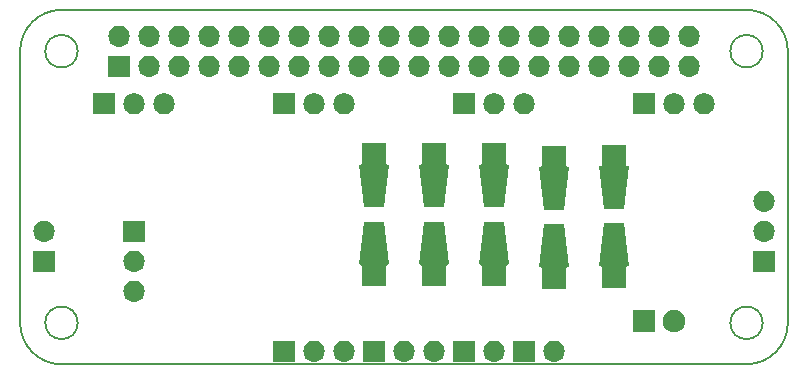
<source format=gts>
G04 #@! TF.GenerationSoftware,KiCad,Pcbnew,(5.0.2)*
G04 #@! TF.CreationDate,2020-11-06T15:24:57+00:00*
G04 #@! TF.ProjectId,alto,616c746f-2e6b-4696-9361-645f70636258,rev?*
G04 #@! TF.SameCoordinates,Original*
G04 #@! TF.FileFunction,Soldermask,Top*
G04 #@! TF.FilePolarity,Negative*
%FSLAX46Y46*%
G04 Gerber Fmt 4.6, Leading zero omitted, Abs format (unit mm)*
G04 Created by KiCad (PCBNEW (5.0.2)) date Fri 06 Nov 2020 15:24:57 GMT*
%MOMM*%
%LPD*%
G01*
G04 APERTURE LIST*
%ADD10C,0.150000*%
%ADD11C,0.100000*%
G04 APERTURE END LIST*
D10*
X157000000Y-80000000D02*
X161500000Y-80000000D01*
X103500000Y-80000000D02*
X157000000Y-80000000D01*
X104875000Y-76500000D02*
G75*
G03X104875000Y-76500000I-1375000J0D01*
G01*
X162875000Y-76500000D02*
G75*
G03X162875000Y-76500000I-1375000J0D01*
G01*
X100000000Y-76500000D02*
X100000000Y-53500000D01*
X165000000Y-53500000D02*
X165000000Y-76500000D01*
X103500000Y-50000000D02*
X161500000Y-50000000D01*
X103500000Y-80000000D02*
G75*
G02X100000000Y-76500000I0J3500000D01*
G01*
X165000000Y-76500000D02*
G75*
G02X161500000Y-80000000I-3500000J0D01*
G01*
X100000000Y-53500000D02*
G75*
G02X103500000Y-50000000I3500000J0D01*
G01*
X161500000Y-50000000D02*
G75*
G02X165000000Y-53500000I0J-3500000D01*
G01*
X162875000Y-53500000D02*
G75*
G03X162875000Y-53500000I-1375000J0D01*
G01*
X104875000Y-53500000D02*
G75*
G03X104875000Y-53500000I-1375000J0D01*
G01*
D11*
G36*
X130861000Y-79801000D02*
X129059000Y-79801000D01*
X129059000Y-77999000D01*
X130861000Y-77999000D01*
X130861000Y-79801000D01*
X130861000Y-79801000D01*
G37*
G36*
X132610442Y-78005518D02*
X132676627Y-78012037D01*
X132789853Y-78046384D01*
X132846467Y-78063557D01*
X132985087Y-78137652D01*
X133002991Y-78147222D01*
X133038729Y-78176552D01*
X133140186Y-78259814D01*
X133223448Y-78361271D01*
X133252778Y-78397009D01*
X133252779Y-78397011D01*
X133336443Y-78553533D01*
X133336443Y-78553534D01*
X133387963Y-78723373D01*
X133405359Y-78900000D01*
X133387963Y-79076627D01*
X133353616Y-79189853D01*
X133336443Y-79246467D01*
X133262348Y-79385087D01*
X133252778Y-79402991D01*
X133223448Y-79438729D01*
X133140186Y-79540186D01*
X133038729Y-79623448D01*
X133002991Y-79652778D01*
X133002989Y-79652779D01*
X132846467Y-79736443D01*
X132789853Y-79753616D01*
X132676627Y-79787963D01*
X132610442Y-79794482D01*
X132544260Y-79801000D01*
X132455740Y-79801000D01*
X132389558Y-79794482D01*
X132323373Y-79787963D01*
X132210147Y-79753616D01*
X132153533Y-79736443D01*
X131997011Y-79652779D01*
X131997009Y-79652778D01*
X131961271Y-79623448D01*
X131859814Y-79540186D01*
X131776552Y-79438729D01*
X131747222Y-79402991D01*
X131737652Y-79385087D01*
X131663557Y-79246467D01*
X131646384Y-79189853D01*
X131612037Y-79076627D01*
X131594641Y-78900000D01*
X131612037Y-78723373D01*
X131663557Y-78553534D01*
X131663557Y-78553533D01*
X131747221Y-78397011D01*
X131747222Y-78397009D01*
X131776552Y-78361271D01*
X131859814Y-78259814D01*
X131961271Y-78176552D01*
X131997009Y-78147222D01*
X132014913Y-78137652D01*
X132153533Y-78063557D01*
X132210147Y-78046384D01*
X132323373Y-78012037D01*
X132389558Y-78005518D01*
X132455740Y-77999000D01*
X132544260Y-77999000D01*
X132610442Y-78005518D01*
X132610442Y-78005518D01*
G37*
G36*
X135150442Y-78005518D02*
X135216627Y-78012037D01*
X135329853Y-78046384D01*
X135386467Y-78063557D01*
X135525087Y-78137652D01*
X135542991Y-78147222D01*
X135578729Y-78176552D01*
X135680186Y-78259814D01*
X135763448Y-78361271D01*
X135792778Y-78397009D01*
X135792779Y-78397011D01*
X135876443Y-78553533D01*
X135876443Y-78553534D01*
X135927963Y-78723373D01*
X135945359Y-78900000D01*
X135927963Y-79076627D01*
X135893616Y-79189853D01*
X135876443Y-79246467D01*
X135802348Y-79385087D01*
X135792778Y-79402991D01*
X135763448Y-79438729D01*
X135680186Y-79540186D01*
X135578729Y-79623448D01*
X135542991Y-79652778D01*
X135542989Y-79652779D01*
X135386467Y-79736443D01*
X135329853Y-79753616D01*
X135216627Y-79787963D01*
X135150442Y-79794482D01*
X135084260Y-79801000D01*
X134995740Y-79801000D01*
X134929558Y-79794482D01*
X134863373Y-79787963D01*
X134750147Y-79753616D01*
X134693533Y-79736443D01*
X134537011Y-79652779D01*
X134537009Y-79652778D01*
X134501271Y-79623448D01*
X134399814Y-79540186D01*
X134316552Y-79438729D01*
X134287222Y-79402991D01*
X134277652Y-79385087D01*
X134203557Y-79246467D01*
X134186384Y-79189853D01*
X134152037Y-79076627D01*
X134134641Y-78900000D01*
X134152037Y-78723373D01*
X134203557Y-78553534D01*
X134203557Y-78553533D01*
X134287221Y-78397011D01*
X134287222Y-78397009D01*
X134316552Y-78361271D01*
X134399814Y-78259814D01*
X134501271Y-78176552D01*
X134537009Y-78147222D01*
X134554913Y-78137652D01*
X134693533Y-78063557D01*
X134750147Y-78046384D01*
X134863373Y-78012037D01*
X134929558Y-78005518D01*
X134995740Y-77999000D01*
X135084260Y-77999000D01*
X135150442Y-78005518D01*
X135150442Y-78005518D01*
G37*
G36*
X123241000Y-79801000D02*
X121439000Y-79801000D01*
X121439000Y-77999000D01*
X123241000Y-77999000D01*
X123241000Y-79801000D01*
X123241000Y-79801000D01*
G37*
G36*
X124990442Y-78005518D02*
X125056627Y-78012037D01*
X125169853Y-78046384D01*
X125226467Y-78063557D01*
X125365087Y-78137652D01*
X125382991Y-78147222D01*
X125418729Y-78176552D01*
X125520186Y-78259814D01*
X125603448Y-78361271D01*
X125632778Y-78397009D01*
X125632779Y-78397011D01*
X125716443Y-78553533D01*
X125716443Y-78553534D01*
X125767963Y-78723373D01*
X125785359Y-78900000D01*
X125767963Y-79076627D01*
X125733616Y-79189853D01*
X125716443Y-79246467D01*
X125642348Y-79385087D01*
X125632778Y-79402991D01*
X125603448Y-79438729D01*
X125520186Y-79540186D01*
X125418729Y-79623448D01*
X125382991Y-79652778D01*
X125382989Y-79652779D01*
X125226467Y-79736443D01*
X125169853Y-79753616D01*
X125056627Y-79787963D01*
X124990442Y-79794482D01*
X124924260Y-79801000D01*
X124835740Y-79801000D01*
X124769558Y-79794482D01*
X124703373Y-79787963D01*
X124590147Y-79753616D01*
X124533533Y-79736443D01*
X124377011Y-79652779D01*
X124377009Y-79652778D01*
X124341271Y-79623448D01*
X124239814Y-79540186D01*
X124156552Y-79438729D01*
X124127222Y-79402991D01*
X124117652Y-79385087D01*
X124043557Y-79246467D01*
X124026384Y-79189853D01*
X123992037Y-79076627D01*
X123974641Y-78900000D01*
X123992037Y-78723373D01*
X124043557Y-78553534D01*
X124043557Y-78553533D01*
X124127221Y-78397011D01*
X124127222Y-78397009D01*
X124156552Y-78361271D01*
X124239814Y-78259814D01*
X124341271Y-78176552D01*
X124377009Y-78147222D01*
X124394913Y-78137652D01*
X124533533Y-78063557D01*
X124590147Y-78046384D01*
X124703373Y-78012037D01*
X124769558Y-78005518D01*
X124835740Y-77999000D01*
X124924260Y-77999000D01*
X124990442Y-78005518D01*
X124990442Y-78005518D01*
G37*
G36*
X127530442Y-78005518D02*
X127596627Y-78012037D01*
X127709853Y-78046384D01*
X127766467Y-78063557D01*
X127905087Y-78137652D01*
X127922991Y-78147222D01*
X127958729Y-78176552D01*
X128060186Y-78259814D01*
X128143448Y-78361271D01*
X128172778Y-78397009D01*
X128172779Y-78397011D01*
X128256443Y-78553533D01*
X128256443Y-78553534D01*
X128307963Y-78723373D01*
X128325359Y-78900000D01*
X128307963Y-79076627D01*
X128273616Y-79189853D01*
X128256443Y-79246467D01*
X128182348Y-79385087D01*
X128172778Y-79402991D01*
X128143448Y-79438729D01*
X128060186Y-79540186D01*
X127958729Y-79623448D01*
X127922991Y-79652778D01*
X127922989Y-79652779D01*
X127766467Y-79736443D01*
X127709853Y-79753616D01*
X127596627Y-79787963D01*
X127530442Y-79794482D01*
X127464260Y-79801000D01*
X127375740Y-79801000D01*
X127309558Y-79794482D01*
X127243373Y-79787963D01*
X127130147Y-79753616D01*
X127073533Y-79736443D01*
X126917011Y-79652779D01*
X126917009Y-79652778D01*
X126881271Y-79623448D01*
X126779814Y-79540186D01*
X126696552Y-79438729D01*
X126667222Y-79402991D01*
X126657652Y-79385087D01*
X126583557Y-79246467D01*
X126566384Y-79189853D01*
X126532037Y-79076627D01*
X126514641Y-78900000D01*
X126532037Y-78723373D01*
X126583557Y-78553534D01*
X126583557Y-78553533D01*
X126667221Y-78397011D01*
X126667222Y-78397009D01*
X126696552Y-78361271D01*
X126779814Y-78259814D01*
X126881271Y-78176552D01*
X126917009Y-78147222D01*
X126934913Y-78137652D01*
X127073533Y-78063557D01*
X127130147Y-78046384D01*
X127243373Y-78012037D01*
X127309558Y-78005518D01*
X127375740Y-77999000D01*
X127464260Y-77999000D01*
X127530442Y-78005518D01*
X127530442Y-78005518D01*
G37*
G36*
X138481000Y-79801000D02*
X136679000Y-79801000D01*
X136679000Y-77999000D01*
X138481000Y-77999000D01*
X138481000Y-79801000D01*
X138481000Y-79801000D01*
G37*
G36*
X140230442Y-78005518D02*
X140296627Y-78012037D01*
X140409853Y-78046384D01*
X140466467Y-78063557D01*
X140605087Y-78137652D01*
X140622991Y-78147222D01*
X140658729Y-78176552D01*
X140760186Y-78259814D01*
X140843448Y-78361271D01*
X140872778Y-78397009D01*
X140872779Y-78397011D01*
X140956443Y-78553533D01*
X140956443Y-78553534D01*
X141007963Y-78723373D01*
X141025359Y-78900000D01*
X141007963Y-79076627D01*
X140973616Y-79189853D01*
X140956443Y-79246467D01*
X140882348Y-79385087D01*
X140872778Y-79402991D01*
X140843448Y-79438729D01*
X140760186Y-79540186D01*
X140658729Y-79623448D01*
X140622991Y-79652778D01*
X140622989Y-79652779D01*
X140466467Y-79736443D01*
X140409853Y-79753616D01*
X140296627Y-79787963D01*
X140230442Y-79794482D01*
X140164260Y-79801000D01*
X140075740Y-79801000D01*
X140009558Y-79794482D01*
X139943373Y-79787963D01*
X139830147Y-79753616D01*
X139773533Y-79736443D01*
X139617011Y-79652779D01*
X139617009Y-79652778D01*
X139581271Y-79623448D01*
X139479814Y-79540186D01*
X139396552Y-79438729D01*
X139367222Y-79402991D01*
X139357652Y-79385087D01*
X139283557Y-79246467D01*
X139266384Y-79189853D01*
X139232037Y-79076627D01*
X139214641Y-78900000D01*
X139232037Y-78723373D01*
X139283557Y-78553534D01*
X139283557Y-78553533D01*
X139367221Y-78397011D01*
X139367222Y-78397009D01*
X139396552Y-78361271D01*
X139479814Y-78259814D01*
X139581271Y-78176552D01*
X139617009Y-78147222D01*
X139634913Y-78137652D01*
X139773533Y-78063557D01*
X139830147Y-78046384D01*
X139943373Y-78012037D01*
X140009558Y-78005518D01*
X140075740Y-77999000D01*
X140164260Y-77999000D01*
X140230442Y-78005518D01*
X140230442Y-78005518D01*
G37*
G36*
X145310442Y-78005518D02*
X145376627Y-78012037D01*
X145489853Y-78046384D01*
X145546467Y-78063557D01*
X145685087Y-78137652D01*
X145702991Y-78147222D01*
X145738729Y-78176552D01*
X145840186Y-78259814D01*
X145923448Y-78361271D01*
X145952778Y-78397009D01*
X145952779Y-78397011D01*
X146036443Y-78553533D01*
X146036443Y-78553534D01*
X146087963Y-78723373D01*
X146105359Y-78900000D01*
X146087963Y-79076627D01*
X146053616Y-79189853D01*
X146036443Y-79246467D01*
X145962348Y-79385087D01*
X145952778Y-79402991D01*
X145923448Y-79438729D01*
X145840186Y-79540186D01*
X145738729Y-79623448D01*
X145702991Y-79652778D01*
X145702989Y-79652779D01*
X145546467Y-79736443D01*
X145489853Y-79753616D01*
X145376627Y-79787963D01*
X145310442Y-79794482D01*
X145244260Y-79801000D01*
X145155740Y-79801000D01*
X145089558Y-79794482D01*
X145023373Y-79787963D01*
X144910147Y-79753616D01*
X144853533Y-79736443D01*
X144697011Y-79652779D01*
X144697009Y-79652778D01*
X144661271Y-79623448D01*
X144559814Y-79540186D01*
X144476552Y-79438729D01*
X144447222Y-79402991D01*
X144437652Y-79385087D01*
X144363557Y-79246467D01*
X144346384Y-79189853D01*
X144312037Y-79076627D01*
X144294641Y-78900000D01*
X144312037Y-78723373D01*
X144363557Y-78553534D01*
X144363557Y-78553533D01*
X144447221Y-78397011D01*
X144447222Y-78397009D01*
X144476552Y-78361271D01*
X144559814Y-78259814D01*
X144661271Y-78176552D01*
X144697009Y-78147222D01*
X144714913Y-78137652D01*
X144853533Y-78063557D01*
X144910147Y-78046384D01*
X145023373Y-78012037D01*
X145089558Y-78005518D01*
X145155740Y-77999000D01*
X145244260Y-77999000D01*
X145310442Y-78005518D01*
X145310442Y-78005518D01*
G37*
G36*
X143561000Y-79801000D02*
X141759000Y-79801000D01*
X141759000Y-77999000D01*
X143561000Y-77999000D01*
X143561000Y-79801000D01*
X143561000Y-79801000D01*
G37*
G36*
X155637396Y-75445546D02*
X155810466Y-75517234D01*
X155966230Y-75621312D01*
X156098688Y-75753770D01*
X156202766Y-75909534D01*
X156274454Y-76082604D01*
X156311000Y-76266333D01*
X156311000Y-76453667D01*
X156274454Y-76637396D01*
X156202766Y-76810466D01*
X156098688Y-76966230D01*
X155966230Y-77098688D01*
X155810466Y-77202766D01*
X155637396Y-77274454D01*
X155453667Y-77311000D01*
X155266333Y-77311000D01*
X155082604Y-77274454D01*
X154909534Y-77202766D01*
X154753770Y-77098688D01*
X154621312Y-76966230D01*
X154517234Y-76810466D01*
X154445546Y-76637396D01*
X154409000Y-76453667D01*
X154409000Y-76266333D01*
X154445546Y-76082604D01*
X154517234Y-75909534D01*
X154621312Y-75753770D01*
X154753770Y-75621312D01*
X154909534Y-75517234D01*
X155082604Y-75445546D01*
X155266333Y-75409000D01*
X155453667Y-75409000D01*
X155637396Y-75445546D01*
X155637396Y-75445546D01*
G37*
G36*
X153771000Y-77311000D02*
X151869000Y-77311000D01*
X151869000Y-75409000D01*
X153771000Y-75409000D01*
X153771000Y-77311000D01*
X153771000Y-77311000D01*
G37*
G36*
X109750443Y-72925519D02*
X109816627Y-72932037D01*
X109929853Y-72966384D01*
X109986467Y-72983557D01*
X110125087Y-73057652D01*
X110142991Y-73067222D01*
X110178729Y-73096552D01*
X110280186Y-73179814D01*
X110363448Y-73281271D01*
X110392778Y-73317009D01*
X110392779Y-73317011D01*
X110476443Y-73473533D01*
X110476443Y-73473534D01*
X110527963Y-73643373D01*
X110545359Y-73820000D01*
X110527963Y-73996627D01*
X110493616Y-74109853D01*
X110476443Y-74166467D01*
X110402348Y-74305087D01*
X110392778Y-74322991D01*
X110363448Y-74358729D01*
X110280186Y-74460186D01*
X110178729Y-74543448D01*
X110142991Y-74572778D01*
X110142989Y-74572779D01*
X109986467Y-74656443D01*
X109929853Y-74673616D01*
X109816627Y-74707963D01*
X109750442Y-74714482D01*
X109684260Y-74721000D01*
X109595740Y-74721000D01*
X109529558Y-74714482D01*
X109463373Y-74707963D01*
X109350147Y-74673616D01*
X109293533Y-74656443D01*
X109137011Y-74572779D01*
X109137009Y-74572778D01*
X109101271Y-74543448D01*
X108999814Y-74460186D01*
X108916552Y-74358729D01*
X108887222Y-74322991D01*
X108877652Y-74305087D01*
X108803557Y-74166467D01*
X108786384Y-74109853D01*
X108752037Y-73996627D01*
X108734641Y-73820000D01*
X108752037Y-73643373D01*
X108803557Y-73473534D01*
X108803557Y-73473533D01*
X108887221Y-73317011D01*
X108887222Y-73317009D01*
X108916552Y-73281271D01*
X108999814Y-73179814D01*
X109101271Y-73096552D01*
X109137009Y-73067222D01*
X109154913Y-73057652D01*
X109293533Y-72983557D01*
X109350147Y-72966384D01*
X109463373Y-72932037D01*
X109529557Y-72925519D01*
X109595740Y-72919000D01*
X109684260Y-72919000D01*
X109750443Y-72925519D01*
X109750443Y-72925519D01*
G37*
G36*
X146456021Y-71762800D02*
X146375490Y-71762800D01*
X146351104Y-71765202D01*
X146327655Y-71772315D01*
X146306044Y-71783866D01*
X146287102Y-71799412D01*
X146271556Y-71818354D01*
X146260005Y-71839965D01*
X146252892Y-71863414D01*
X146250490Y-71887800D01*
X146250490Y-73600490D01*
X144149510Y-73600490D01*
X144149510Y-71887800D01*
X144147108Y-71863414D01*
X144139995Y-71839965D01*
X144128444Y-71818354D01*
X144112898Y-71799412D01*
X144093956Y-71783866D01*
X144072345Y-71772315D01*
X144048896Y-71765202D01*
X144024510Y-71762800D01*
X143943979Y-71762800D01*
X144354381Y-68160680D01*
X146045619Y-68160680D01*
X146456021Y-71762800D01*
X146456021Y-71762800D01*
G37*
G36*
X151536021Y-71684060D02*
X151455490Y-71684060D01*
X151431104Y-71686462D01*
X151407655Y-71693575D01*
X151386044Y-71705126D01*
X151367102Y-71720672D01*
X151351556Y-71739614D01*
X151340005Y-71761225D01*
X151332892Y-71784674D01*
X151330490Y-71809060D01*
X151330490Y-73521750D01*
X149229510Y-73521750D01*
X149229510Y-71809060D01*
X149227108Y-71784674D01*
X149219995Y-71761225D01*
X149208444Y-71739614D01*
X149192898Y-71720672D01*
X149173956Y-71705126D01*
X149152345Y-71693575D01*
X149128896Y-71686462D01*
X149104510Y-71684060D01*
X149023979Y-71684060D01*
X149434381Y-68081940D01*
X151125619Y-68081940D01*
X151536021Y-71684060D01*
X151536021Y-71684060D01*
G37*
G36*
X131216021Y-71557060D02*
X131135490Y-71557060D01*
X131111104Y-71559462D01*
X131087655Y-71566575D01*
X131066044Y-71578126D01*
X131047102Y-71593672D01*
X131031556Y-71612614D01*
X131020005Y-71634225D01*
X131012892Y-71657674D01*
X131010490Y-71682060D01*
X131010490Y-73394750D01*
X128909510Y-73394750D01*
X128909510Y-71682060D01*
X128907108Y-71657674D01*
X128899995Y-71634225D01*
X128888444Y-71612614D01*
X128872898Y-71593672D01*
X128853956Y-71578126D01*
X128832345Y-71566575D01*
X128808896Y-71559462D01*
X128784510Y-71557060D01*
X128703979Y-71557060D01*
X129114381Y-67954940D01*
X130805619Y-67954940D01*
X131216021Y-71557060D01*
X131216021Y-71557060D01*
G37*
G36*
X141376021Y-71557060D02*
X141295490Y-71557060D01*
X141271104Y-71559462D01*
X141247655Y-71566575D01*
X141226044Y-71578126D01*
X141207102Y-71593672D01*
X141191556Y-71612614D01*
X141180005Y-71634225D01*
X141172892Y-71657674D01*
X141170490Y-71682060D01*
X141170490Y-73394750D01*
X139069510Y-73394750D01*
X139069510Y-71682060D01*
X139067108Y-71657674D01*
X139059995Y-71634225D01*
X139048444Y-71612614D01*
X139032898Y-71593672D01*
X139013956Y-71578126D01*
X138992345Y-71566575D01*
X138968896Y-71559462D01*
X138944510Y-71557060D01*
X138863979Y-71557060D01*
X139274381Y-67954940D01*
X140965619Y-67954940D01*
X141376021Y-71557060D01*
X141376021Y-71557060D01*
G37*
G36*
X136296021Y-71557060D02*
X136215490Y-71557060D01*
X136191104Y-71559462D01*
X136167655Y-71566575D01*
X136146044Y-71578126D01*
X136127102Y-71593672D01*
X136111556Y-71612614D01*
X136100005Y-71634225D01*
X136092892Y-71657674D01*
X136090490Y-71682060D01*
X136090490Y-73394750D01*
X133989510Y-73394750D01*
X133989510Y-71682060D01*
X133987108Y-71657674D01*
X133979995Y-71634225D01*
X133968444Y-71612614D01*
X133952898Y-71593672D01*
X133933956Y-71578126D01*
X133912345Y-71566575D01*
X133888896Y-71559462D01*
X133864510Y-71557060D01*
X133783979Y-71557060D01*
X134194381Y-67954940D01*
X135885619Y-67954940D01*
X136296021Y-71557060D01*
X136296021Y-71557060D01*
G37*
G36*
X102921000Y-72181000D02*
X101119000Y-72181000D01*
X101119000Y-70379000D01*
X102921000Y-70379000D01*
X102921000Y-72181000D01*
X102921000Y-72181000D01*
G37*
G36*
X163881000Y-72181000D02*
X162079000Y-72181000D01*
X162079000Y-70379000D01*
X163881000Y-70379000D01*
X163881000Y-72181000D01*
X163881000Y-72181000D01*
G37*
G36*
X109750442Y-70385518D02*
X109816627Y-70392037D01*
X109929853Y-70426384D01*
X109986467Y-70443557D01*
X110125087Y-70517652D01*
X110142991Y-70527222D01*
X110178729Y-70556552D01*
X110280186Y-70639814D01*
X110363448Y-70741271D01*
X110392778Y-70777009D01*
X110392779Y-70777011D01*
X110476443Y-70933533D01*
X110476443Y-70933534D01*
X110527963Y-71103373D01*
X110545359Y-71280000D01*
X110527963Y-71456627D01*
X110497497Y-71557060D01*
X110476443Y-71626467D01*
X110415964Y-71739614D01*
X110392778Y-71782991D01*
X110363756Y-71818354D01*
X110280186Y-71920186D01*
X110178729Y-72003448D01*
X110142991Y-72032778D01*
X110142989Y-72032779D01*
X109986467Y-72116443D01*
X109929853Y-72133616D01*
X109816627Y-72167963D01*
X109750443Y-72174481D01*
X109684260Y-72181000D01*
X109595740Y-72181000D01*
X109529557Y-72174481D01*
X109463373Y-72167963D01*
X109350147Y-72133616D01*
X109293533Y-72116443D01*
X109137011Y-72032779D01*
X109137009Y-72032778D01*
X109101271Y-72003448D01*
X108999814Y-71920186D01*
X108916244Y-71818354D01*
X108887222Y-71782991D01*
X108864036Y-71739614D01*
X108803557Y-71626467D01*
X108782503Y-71557060D01*
X108752037Y-71456627D01*
X108734641Y-71280000D01*
X108752037Y-71103373D01*
X108803557Y-70933534D01*
X108803557Y-70933533D01*
X108887221Y-70777011D01*
X108887222Y-70777009D01*
X108916552Y-70741271D01*
X108999814Y-70639814D01*
X109101271Y-70556552D01*
X109137009Y-70527222D01*
X109154913Y-70517652D01*
X109293533Y-70443557D01*
X109350147Y-70426384D01*
X109463373Y-70392037D01*
X109529558Y-70385518D01*
X109595740Y-70379000D01*
X109684260Y-70379000D01*
X109750442Y-70385518D01*
X109750442Y-70385518D01*
G37*
G36*
X110541000Y-69641000D02*
X108739000Y-69641000D01*
X108739000Y-67839000D01*
X110541000Y-67839000D01*
X110541000Y-69641000D01*
X110541000Y-69641000D01*
G37*
G36*
X102130442Y-67845518D02*
X102196627Y-67852037D01*
X102309853Y-67886384D01*
X102366467Y-67903557D01*
X102462596Y-67954940D01*
X102522991Y-67987222D01*
X102558729Y-68016552D01*
X102660186Y-68099814D01*
X102743448Y-68201271D01*
X102772778Y-68237009D01*
X102772779Y-68237011D01*
X102856443Y-68393533D01*
X102856443Y-68393534D01*
X102907963Y-68563373D01*
X102925359Y-68740000D01*
X102907963Y-68916627D01*
X102873616Y-69029853D01*
X102856443Y-69086467D01*
X102782348Y-69225087D01*
X102772778Y-69242991D01*
X102743448Y-69278729D01*
X102660186Y-69380186D01*
X102558729Y-69463448D01*
X102522991Y-69492778D01*
X102522989Y-69492779D01*
X102366467Y-69576443D01*
X102309853Y-69593616D01*
X102196627Y-69627963D01*
X102130442Y-69634482D01*
X102064260Y-69641000D01*
X101975740Y-69641000D01*
X101909558Y-69634482D01*
X101843373Y-69627963D01*
X101730147Y-69593616D01*
X101673533Y-69576443D01*
X101517011Y-69492779D01*
X101517009Y-69492778D01*
X101481271Y-69463448D01*
X101379814Y-69380186D01*
X101296552Y-69278729D01*
X101267222Y-69242991D01*
X101257652Y-69225087D01*
X101183557Y-69086467D01*
X101166384Y-69029853D01*
X101132037Y-68916627D01*
X101114641Y-68740000D01*
X101132037Y-68563373D01*
X101183557Y-68393534D01*
X101183557Y-68393533D01*
X101267221Y-68237011D01*
X101267222Y-68237009D01*
X101296552Y-68201271D01*
X101379814Y-68099814D01*
X101481271Y-68016552D01*
X101517009Y-67987222D01*
X101577404Y-67954940D01*
X101673533Y-67903557D01*
X101730147Y-67886384D01*
X101843373Y-67852037D01*
X101909558Y-67845518D01*
X101975740Y-67839000D01*
X102064260Y-67839000D01*
X102130442Y-67845518D01*
X102130442Y-67845518D01*
G37*
G36*
X163090442Y-67845518D02*
X163156627Y-67852037D01*
X163269853Y-67886384D01*
X163326467Y-67903557D01*
X163422596Y-67954940D01*
X163482991Y-67987222D01*
X163518729Y-68016552D01*
X163620186Y-68099814D01*
X163703448Y-68201271D01*
X163732778Y-68237009D01*
X163732779Y-68237011D01*
X163816443Y-68393533D01*
X163816443Y-68393534D01*
X163867963Y-68563373D01*
X163885359Y-68740000D01*
X163867963Y-68916627D01*
X163833616Y-69029853D01*
X163816443Y-69086467D01*
X163742348Y-69225087D01*
X163732778Y-69242991D01*
X163703448Y-69278729D01*
X163620186Y-69380186D01*
X163518729Y-69463448D01*
X163482991Y-69492778D01*
X163482989Y-69492779D01*
X163326467Y-69576443D01*
X163269853Y-69593616D01*
X163156627Y-69627963D01*
X163090442Y-69634482D01*
X163024260Y-69641000D01*
X162935740Y-69641000D01*
X162869558Y-69634482D01*
X162803373Y-69627963D01*
X162690147Y-69593616D01*
X162633533Y-69576443D01*
X162477011Y-69492779D01*
X162477009Y-69492778D01*
X162441271Y-69463448D01*
X162339814Y-69380186D01*
X162256552Y-69278729D01*
X162227222Y-69242991D01*
X162217652Y-69225087D01*
X162143557Y-69086467D01*
X162126384Y-69029853D01*
X162092037Y-68916627D01*
X162074641Y-68740000D01*
X162092037Y-68563373D01*
X162143557Y-68393534D01*
X162143557Y-68393533D01*
X162227221Y-68237011D01*
X162227222Y-68237009D01*
X162256552Y-68201271D01*
X162339814Y-68099814D01*
X162441271Y-68016552D01*
X162477009Y-67987222D01*
X162537404Y-67954940D01*
X162633533Y-67903557D01*
X162690147Y-67886384D01*
X162803373Y-67852037D01*
X162869558Y-67845518D01*
X162935740Y-67839000D01*
X163024260Y-67839000D01*
X163090442Y-67845518D01*
X163090442Y-67845518D01*
G37*
G36*
X163090442Y-65305518D02*
X163156627Y-65312037D01*
X163269853Y-65346384D01*
X163326467Y-65363557D01*
X163465087Y-65437652D01*
X163482991Y-65447222D01*
X163518729Y-65476552D01*
X163620186Y-65559814D01*
X163703448Y-65661271D01*
X163732778Y-65697009D01*
X163732779Y-65697011D01*
X163816443Y-65853533D01*
X163816443Y-65853534D01*
X163867963Y-66023373D01*
X163885359Y-66200000D01*
X163867963Y-66376627D01*
X163833616Y-66489853D01*
X163816443Y-66546467D01*
X163742348Y-66685087D01*
X163732778Y-66702991D01*
X163709742Y-66731060D01*
X163620186Y-66840186D01*
X163518729Y-66923448D01*
X163482991Y-66952778D01*
X163482989Y-66952779D01*
X163326467Y-67036443D01*
X163269853Y-67053616D01*
X163156627Y-67087963D01*
X163090443Y-67094481D01*
X163024260Y-67101000D01*
X162935740Y-67101000D01*
X162869557Y-67094481D01*
X162803373Y-67087963D01*
X162690147Y-67053616D01*
X162633533Y-67036443D01*
X162477011Y-66952779D01*
X162477009Y-66952778D01*
X162441271Y-66923448D01*
X162339814Y-66840186D01*
X162250258Y-66731060D01*
X162227222Y-66702991D01*
X162217652Y-66685087D01*
X162143557Y-66546467D01*
X162126384Y-66489853D01*
X162092037Y-66376627D01*
X162074641Y-66200000D01*
X162092037Y-66023373D01*
X162143557Y-65853534D01*
X162143557Y-65853533D01*
X162227221Y-65697011D01*
X162227222Y-65697009D01*
X162256552Y-65661271D01*
X162339814Y-65559814D01*
X162441271Y-65476552D01*
X162477009Y-65447222D01*
X162494913Y-65437652D01*
X162633533Y-65363557D01*
X162690147Y-65346384D01*
X162803373Y-65312037D01*
X162869558Y-65305518D01*
X162935740Y-65299000D01*
X163024260Y-65299000D01*
X163090442Y-65305518D01*
X163090442Y-65305518D01*
G37*
G36*
X146250490Y-63209680D02*
X146252892Y-63234066D01*
X146260005Y-63257515D01*
X146271556Y-63279126D01*
X146287102Y-63298068D01*
X146306044Y-63313614D01*
X146327655Y-63325165D01*
X146351104Y-63332278D01*
X146375490Y-63334680D01*
X146456021Y-63334680D01*
X146045619Y-66936800D01*
X144354381Y-66936800D01*
X143943979Y-63334680D01*
X144024510Y-63334680D01*
X144048896Y-63332278D01*
X144072345Y-63325165D01*
X144093956Y-63313614D01*
X144112898Y-63298068D01*
X144128444Y-63279126D01*
X144139995Y-63257515D01*
X144147108Y-63234066D01*
X144149510Y-63209680D01*
X144149510Y-61496990D01*
X146250490Y-61496990D01*
X146250490Y-63209680D01*
X146250490Y-63209680D01*
G37*
G36*
X151330490Y-63130940D02*
X151332892Y-63155326D01*
X151340005Y-63178775D01*
X151351556Y-63200386D01*
X151367102Y-63219328D01*
X151386044Y-63234874D01*
X151407655Y-63246425D01*
X151431104Y-63253538D01*
X151455490Y-63255940D01*
X151536021Y-63255940D01*
X151125619Y-66858060D01*
X149434381Y-66858060D01*
X149023979Y-63255940D01*
X149104510Y-63255940D01*
X149128896Y-63253538D01*
X149152345Y-63246425D01*
X149173956Y-63234874D01*
X149192898Y-63219328D01*
X149208444Y-63200386D01*
X149219995Y-63178775D01*
X149227108Y-63155326D01*
X149229510Y-63130940D01*
X149229510Y-61418250D01*
X151330490Y-61418250D01*
X151330490Y-63130940D01*
X151330490Y-63130940D01*
G37*
G36*
X141170490Y-63003940D02*
X141172892Y-63028326D01*
X141180005Y-63051775D01*
X141191556Y-63073386D01*
X141207102Y-63092328D01*
X141226044Y-63107874D01*
X141247655Y-63119425D01*
X141271104Y-63126538D01*
X141295490Y-63128940D01*
X141376021Y-63128940D01*
X140965619Y-66731060D01*
X139274381Y-66731060D01*
X138863979Y-63128940D01*
X138944510Y-63128940D01*
X138968896Y-63126538D01*
X138992345Y-63119425D01*
X139013956Y-63107874D01*
X139032898Y-63092328D01*
X139048444Y-63073386D01*
X139059995Y-63051775D01*
X139067108Y-63028326D01*
X139069510Y-63003940D01*
X139069510Y-61291250D01*
X141170490Y-61291250D01*
X141170490Y-63003940D01*
X141170490Y-63003940D01*
G37*
G36*
X131010490Y-63003940D02*
X131012892Y-63028326D01*
X131020005Y-63051775D01*
X131031556Y-63073386D01*
X131047102Y-63092328D01*
X131066044Y-63107874D01*
X131087655Y-63119425D01*
X131111104Y-63126538D01*
X131135490Y-63128940D01*
X131216021Y-63128940D01*
X130805619Y-66731060D01*
X129114381Y-66731060D01*
X128703979Y-63128940D01*
X128784510Y-63128940D01*
X128808896Y-63126538D01*
X128832345Y-63119425D01*
X128853956Y-63107874D01*
X128872898Y-63092328D01*
X128888444Y-63073386D01*
X128899995Y-63051775D01*
X128907108Y-63028326D01*
X128909510Y-63003940D01*
X128909510Y-61291250D01*
X131010490Y-61291250D01*
X131010490Y-63003940D01*
X131010490Y-63003940D01*
G37*
G36*
X136090490Y-63003940D02*
X136092892Y-63028326D01*
X136100005Y-63051775D01*
X136111556Y-63073386D01*
X136127102Y-63092328D01*
X136146044Y-63107874D01*
X136167655Y-63119425D01*
X136191104Y-63126538D01*
X136215490Y-63128940D01*
X136296021Y-63128940D01*
X135885619Y-66731060D01*
X134194381Y-66731060D01*
X133783979Y-63128940D01*
X133864510Y-63128940D01*
X133888896Y-63126538D01*
X133912345Y-63119425D01*
X133933956Y-63107874D01*
X133952898Y-63092328D01*
X133968444Y-63073386D01*
X133979995Y-63051775D01*
X133987108Y-63028326D01*
X133989510Y-63003940D01*
X133989510Y-61291250D01*
X136090490Y-61291250D01*
X136090490Y-63003940D01*
X136090490Y-63003940D01*
G37*
G36*
X142770443Y-57050519D02*
X142836627Y-57057037D01*
X142949853Y-57091384D01*
X143006467Y-57108557D01*
X143145087Y-57182652D01*
X143162991Y-57192222D01*
X143198729Y-57221552D01*
X143300186Y-57304814D01*
X143383448Y-57406271D01*
X143412778Y-57442009D01*
X143412779Y-57442011D01*
X143496443Y-57598533D01*
X143496443Y-57598534D01*
X143547963Y-57768373D01*
X143565359Y-57945000D01*
X143547963Y-58121627D01*
X143513616Y-58234853D01*
X143496443Y-58291467D01*
X143422348Y-58430087D01*
X143412778Y-58447991D01*
X143383448Y-58483729D01*
X143300186Y-58585186D01*
X143198729Y-58668448D01*
X143162991Y-58697778D01*
X143162989Y-58697779D01*
X143006467Y-58781443D01*
X142949853Y-58798616D01*
X142836627Y-58832963D01*
X142770442Y-58839482D01*
X142704260Y-58846000D01*
X142615740Y-58846000D01*
X142549558Y-58839482D01*
X142483373Y-58832963D01*
X142370147Y-58798616D01*
X142313533Y-58781443D01*
X142157011Y-58697779D01*
X142157009Y-58697778D01*
X142121271Y-58668448D01*
X142019814Y-58585186D01*
X141936552Y-58483729D01*
X141907222Y-58447991D01*
X141897652Y-58430087D01*
X141823557Y-58291467D01*
X141806384Y-58234853D01*
X141772037Y-58121627D01*
X141754641Y-57945000D01*
X141772037Y-57768373D01*
X141823557Y-57598534D01*
X141823557Y-57598533D01*
X141907221Y-57442011D01*
X141907222Y-57442009D01*
X141936552Y-57406271D01*
X142019814Y-57304814D01*
X142121271Y-57221552D01*
X142157009Y-57192222D01*
X142174913Y-57182652D01*
X142313533Y-57108557D01*
X142370147Y-57091384D01*
X142483373Y-57057037D01*
X142549557Y-57050519D01*
X142615740Y-57044000D01*
X142704260Y-57044000D01*
X142770443Y-57050519D01*
X142770443Y-57050519D01*
G37*
G36*
X140230443Y-57050519D02*
X140296627Y-57057037D01*
X140409853Y-57091384D01*
X140466467Y-57108557D01*
X140605087Y-57182652D01*
X140622991Y-57192222D01*
X140658729Y-57221552D01*
X140760186Y-57304814D01*
X140843448Y-57406271D01*
X140872778Y-57442009D01*
X140872779Y-57442011D01*
X140956443Y-57598533D01*
X140956443Y-57598534D01*
X141007963Y-57768373D01*
X141025359Y-57945000D01*
X141007963Y-58121627D01*
X140973616Y-58234853D01*
X140956443Y-58291467D01*
X140882348Y-58430087D01*
X140872778Y-58447991D01*
X140843448Y-58483729D01*
X140760186Y-58585186D01*
X140658729Y-58668448D01*
X140622991Y-58697778D01*
X140622989Y-58697779D01*
X140466467Y-58781443D01*
X140409853Y-58798616D01*
X140296627Y-58832963D01*
X140230442Y-58839482D01*
X140164260Y-58846000D01*
X140075740Y-58846000D01*
X140009558Y-58839482D01*
X139943373Y-58832963D01*
X139830147Y-58798616D01*
X139773533Y-58781443D01*
X139617011Y-58697779D01*
X139617009Y-58697778D01*
X139581271Y-58668448D01*
X139479814Y-58585186D01*
X139396552Y-58483729D01*
X139367222Y-58447991D01*
X139357652Y-58430087D01*
X139283557Y-58291467D01*
X139266384Y-58234853D01*
X139232037Y-58121627D01*
X139214641Y-57945000D01*
X139232037Y-57768373D01*
X139283557Y-57598534D01*
X139283557Y-57598533D01*
X139367221Y-57442011D01*
X139367222Y-57442009D01*
X139396552Y-57406271D01*
X139479814Y-57304814D01*
X139581271Y-57221552D01*
X139617009Y-57192222D01*
X139634913Y-57182652D01*
X139773533Y-57108557D01*
X139830147Y-57091384D01*
X139943373Y-57057037D01*
X140009557Y-57050519D01*
X140075740Y-57044000D01*
X140164260Y-57044000D01*
X140230443Y-57050519D01*
X140230443Y-57050519D01*
G37*
G36*
X138481000Y-58846000D02*
X136679000Y-58846000D01*
X136679000Y-57044000D01*
X138481000Y-57044000D01*
X138481000Y-58846000D01*
X138481000Y-58846000D01*
G37*
G36*
X153721000Y-58846000D02*
X151919000Y-58846000D01*
X151919000Y-57044000D01*
X153721000Y-57044000D01*
X153721000Y-58846000D01*
X153721000Y-58846000D01*
G37*
G36*
X155470443Y-57050519D02*
X155536627Y-57057037D01*
X155649853Y-57091384D01*
X155706467Y-57108557D01*
X155845087Y-57182652D01*
X155862991Y-57192222D01*
X155898729Y-57221552D01*
X156000186Y-57304814D01*
X156083448Y-57406271D01*
X156112778Y-57442009D01*
X156112779Y-57442011D01*
X156196443Y-57598533D01*
X156196443Y-57598534D01*
X156247963Y-57768373D01*
X156265359Y-57945000D01*
X156247963Y-58121627D01*
X156213616Y-58234853D01*
X156196443Y-58291467D01*
X156122348Y-58430087D01*
X156112778Y-58447991D01*
X156083448Y-58483729D01*
X156000186Y-58585186D01*
X155898729Y-58668448D01*
X155862991Y-58697778D01*
X155862989Y-58697779D01*
X155706467Y-58781443D01*
X155649853Y-58798616D01*
X155536627Y-58832963D01*
X155470442Y-58839482D01*
X155404260Y-58846000D01*
X155315740Y-58846000D01*
X155249558Y-58839482D01*
X155183373Y-58832963D01*
X155070147Y-58798616D01*
X155013533Y-58781443D01*
X154857011Y-58697779D01*
X154857009Y-58697778D01*
X154821271Y-58668448D01*
X154719814Y-58585186D01*
X154636552Y-58483729D01*
X154607222Y-58447991D01*
X154597652Y-58430087D01*
X154523557Y-58291467D01*
X154506384Y-58234853D01*
X154472037Y-58121627D01*
X154454641Y-57945000D01*
X154472037Y-57768373D01*
X154523557Y-57598534D01*
X154523557Y-57598533D01*
X154607221Y-57442011D01*
X154607222Y-57442009D01*
X154636552Y-57406271D01*
X154719814Y-57304814D01*
X154821271Y-57221552D01*
X154857009Y-57192222D01*
X154874913Y-57182652D01*
X155013533Y-57108557D01*
X155070147Y-57091384D01*
X155183373Y-57057037D01*
X155249557Y-57050519D01*
X155315740Y-57044000D01*
X155404260Y-57044000D01*
X155470443Y-57050519D01*
X155470443Y-57050519D01*
G37*
G36*
X158010443Y-57050519D02*
X158076627Y-57057037D01*
X158189853Y-57091384D01*
X158246467Y-57108557D01*
X158385087Y-57182652D01*
X158402991Y-57192222D01*
X158438729Y-57221552D01*
X158540186Y-57304814D01*
X158623448Y-57406271D01*
X158652778Y-57442009D01*
X158652779Y-57442011D01*
X158736443Y-57598533D01*
X158736443Y-57598534D01*
X158787963Y-57768373D01*
X158805359Y-57945000D01*
X158787963Y-58121627D01*
X158753616Y-58234853D01*
X158736443Y-58291467D01*
X158662348Y-58430087D01*
X158652778Y-58447991D01*
X158623448Y-58483729D01*
X158540186Y-58585186D01*
X158438729Y-58668448D01*
X158402991Y-58697778D01*
X158402989Y-58697779D01*
X158246467Y-58781443D01*
X158189853Y-58798616D01*
X158076627Y-58832963D01*
X158010442Y-58839482D01*
X157944260Y-58846000D01*
X157855740Y-58846000D01*
X157789558Y-58839482D01*
X157723373Y-58832963D01*
X157610147Y-58798616D01*
X157553533Y-58781443D01*
X157397011Y-58697779D01*
X157397009Y-58697778D01*
X157361271Y-58668448D01*
X157259814Y-58585186D01*
X157176552Y-58483729D01*
X157147222Y-58447991D01*
X157137652Y-58430087D01*
X157063557Y-58291467D01*
X157046384Y-58234853D01*
X157012037Y-58121627D01*
X156994641Y-57945000D01*
X157012037Y-57768373D01*
X157063557Y-57598534D01*
X157063557Y-57598533D01*
X157147221Y-57442011D01*
X157147222Y-57442009D01*
X157176552Y-57406271D01*
X157259814Y-57304814D01*
X157361271Y-57221552D01*
X157397009Y-57192222D01*
X157414913Y-57182652D01*
X157553533Y-57108557D01*
X157610147Y-57091384D01*
X157723373Y-57057037D01*
X157789557Y-57050519D01*
X157855740Y-57044000D01*
X157944260Y-57044000D01*
X158010443Y-57050519D01*
X158010443Y-57050519D01*
G37*
G36*
X109750443Y-57050519D02*
X109816627Y-57057037D01*
X109929853Y-57091384D01*
X109986467Y-57108557D01*
X110125087Y-57182652D01*
X110142991Y-57192222D01*
X110178729Y-57221552D01*
X110280186Y-57304814D01*
X110363448Y-57406271D01*
X110392778Y-57442009D01*
X110392779Y-57442011D01*
X110476443Y-57598533D01*
X110476443Y-57598534D01*
X110527963Y-57768373D01*
X110545359Y-57945000D01*
X110527963Y-58121627D01*
X110493616Y-58234853D01*
X110476443Y-58291467D01*
X110402348Y-58430087D01*
X110392778Y-58447991D01*
X110363448Y-58483729D01*
X110280186Y-58585186D01*
X110178729Y-58668448D01*
X110142991Y-58697778D01*
X110142989Y-58697779D01*
X109986467Y-58781443D01*
X109929853Y-58798616D01*
X109816627Y-58832963D01*
X109750442Y-58839482D01*
X109684260Y-58846000D01*
X109595740Y-58846000D01*
X109529558Y-58839482D01*
X109463373Y-58832963D01*
X109350147Y-58798616D01*
X109293533Y-58781443D01*
X109137011Y-58697779D01*
X109137009Y-58697778D01*
X109101271Y-58668448D01*
X108999814Y-58585186D01*
X108916552Y-58483729D01*
X108887222Y-58447991D01*
X108877652Y-58430087D01*
X108803557Y-58291467D01*
X108786384Y-58234853D01*
X108752037Y-58121627D01*
X108734641Y-57945000D01*
X108752037Y-57768373D01*
X108803557Y-57598534D01*
X108803557Y-57598533D01*
X108887221Y-57442011D01*
X108887222Y-57442009D01*
X108916552Y-57406271D01*
X108999814Y-57304814D01*
X109101271Y-57221552D01*
X109137009Y-57192222D01*
X109154913Y-57182652D01*
X109293533Y-57108557D01*
X109350147Y-57091384D01*
X109463373Y-57057037D01*
X109529557Y-57050519D01*
X109595740Y-57044000D01*
X109684260Y-57044000D01*
X109750443Y-57050519D01*
X109750443Y-57050519D01*
G37*
G36*
X108001000Y-58846000D02*
X106199000Y-58846000D01*
X106199000Y-57044000D01*
X108001000Y-57044000D01*
X108001000Y-58846000D01*
X108001000Y-58846000D01*
G37*
G36*
X123241000Y-58846000D02*
X121439000Y-58846000D01*
X121439000Y-57044000D01*
X123241000Y-57044000D01*
X123241000Y-58846000D01*
X123241000Y-58846000D01*
G37*
G36*
X124990443Y-57050519D02*
X125056627Y-57057037D01*
X125169853Y-57091384D01*
X125226467Y-57108557D01*
X125365087Y-57182652D01*
X125382991Y-57192222D01*
X125418729Y-57221552D01*
X125520186Y-57304814D01*
X125603448Y-57406271D01*
X125632778Y-57442009D01*
X125632779Y-57442011D01*
X125716443Y-57598533D01*
X125716443Y-57598534D01*
X125767963Y-57768373D01*
X125785359Y-57945000D01*
X125767963Y-58121627D01*
X125733616Y-58234853D01*
X125716443Y-58291467D01*
X125642348Y-58430087D01*
X125632778Y-58447991D01*
X125603448Y-58483729D01*
X125520186Y-58585186D01*
X125418729Y-58668448D01*
X125382991Y-58697778D01*
X125382989Y-58697779D01*
X125226467Y-58781443D01*
X125169853Y-58798616D01*
X125056627Y-58832963D01*
X124990442Y-58839482D01*
X124924260Y-58846000D01*
X124835740Y-58846000D01*
X124769558Y-58839482D01*
X124703373Y-58832963D01*
X124590147Y-58798616D01*
X124533533Y-58781443D01*
X124377011Y-58697779D01*
X124377009Y-58697778D01*
X124341271Y-58668448D01*
X124239814Y-58585186D01*
X124156552Y-58483729D01*
X124127222Y-58447991D01*
X124117652Y-58430087D01*
X124043557Y-58291467D01*
X124026384Y-58234853D01*
X123992037Y-58121627D01*
X123974641Y-57945000D01*
X123992037Y-57768373D01*
X124043557Y-57598534D01*
X124043557Y-57598533D01*
X124127221Y-57442011D01*
X124127222Y-57442009D01*
X124156552Y-57406271D01*
X124239814Y-57304814D01*
X124341271Y-57221552D01*
X124377009Y-57192222D01*
X124394913Y-57182652D01*
X124533533Y-57108557D01*
X124590147Y-57091384D01*
X124703373Y-57057037D01*
X124769557Y-57050519D01*
X124835740Y-57044000D01*
X124924260Y-57044000D01*
X124990443Y-57050519D01*
X124990443Y-57050519D01*
G37*
G36*
X127530443Y-57050519D02*
X127596627Y-57057037D01*
X127709853Y-57091384D01*
X127766467Y-57108557D01*
X127905087Y-57182652D01*
X127922991Y-57192222D01*
X127958729Y-57221552D01*
X128060186Y-57304814D01*
X128143448Y-57406271D01*
X128172778Y-57442009D01*
X128172779Y-57442011D01*
X128256443Y-57598533D01*
X128256443Y-57598534D01*
X128307963Y-57768373D01*
X128325359Y-57945000D01*
X128307963Y-58121627D01*
X128273616Y-58234853D01*
X128256443Y-58291467D01*
X128182348Y-58430087D01*
X128172778Y-58447991D01*
X128143448Y-58483729D01*
X128060186Y-58585186D01*
X127958729Y-58668448D01*
X127922991Y-58697778D01*
X127922989Y-58697779D01*
X127766467Y-58781443D01*
X127709853Y-58798616D01*
X127596627Y-58832963D01*
X127530442Y-58839482D01*
X127464260Y-58846000D01*
X127375740Y-58846000D01*
X127309558Y-58839482D01*
X127243373Y-58832963D01*
X127130147Y-58798616D01*
X127073533Y-58781443D01*
X126917011Y-58697779D01*
X126917009Y-58697778D01*
X126881271Y-58668448D01*
X126779814Y-58585186D01*
X126696552Y-58483729D01*
X126667222Y-58447991D01*
X126657652Y-58430087D01*
X126583557Y-58291467D01*
X126566384Y-58234853D01*
X126532037Y-58121627D01*
X126514641Y-57945000D01*
X126532037Y-57768373D01*
X126583557Y-57598534D01*
X126583557Y-57598533D01*
X126667221Y-57442011D01*
X126667222Y-57442009D01*
X126696552Y-57406271D01*
X126779814Y-57304814D01*
X126881271Y-57221552D01*
X126917009Y-57192222D01*
X126934913Y-57182652D01*
X127073533Y-57108557D01*
X127130147Y-57091384D01*
X127243373Y-57057037D01*
X127309557Y-57050519D01*
X127375740Y-57044000D01*
X127464260Y-57044000D01*
X127530443Y-57050519D01*
X127530443Y-57050519D01*
G37*
G36*
X112290443Y-57050519D02*
X112356627Y-57057037D01*
X112469853Y-57091384D01*
X112526467Y-57108557D01*
X112665087Y-57182652D01*
X112682991Y-57192222D01*
X112718729Y-57221552D01*
X112820186Y-57304814D01*
X112903448Y-57406271D01*
X112932778Y-57442009D01*
X112932779Y-57442011D01*
X113016443Y-57598533D01*
X113016443Y-57598534D01*
X113067963Y-57768373D01*
X113085359Y-57945000D01*
X113067963Y-58121627D01*
X113033616Y-58234853D01*
X113016443Y-58291467D01*
X112942348Y-58430087D01*
X112932778Y-58447991D01*
X112903448Y-58483729D01*
X112820186Y-58585186D01*
X112718729Y-58668448D01*
X112682991Y-58697778D01*
X112682989Y-58697779D01*
X112526467Y-58781443D01*
X112469853Y-58798616D01*
X112356627Y-58832963D01*
X112290442Y-58839482D01*
X112224260Y-58846000D01*
X112135740Y-58846000D01*
X112069558Y-58839482D01*
X112003373Y-58832963D01*
X111890147Y-58798616D01*
X111833533Y-58781443D01*
X111677011Y-58697779D01*
X111677009Y-58697778D01*
X111641271Y-58668448D01*
X111539814Y-58585186D01*
X111456552Y-58483729D01*
X111427222Y-58447991D01*
X111417652Y-58430087D01*
X111343557Y-58291467D01*
X111326384Y-58234853D01*
X111292037Y-58121627D01*
X111274641Y-57945000D01*
X111292037Y-57768373D01*
X111343557Y-57598534D01*
X111343557Y-57598533D01*
X111427221Y-57442011D01*
X111427222Y-57442009D01*
X111456552Y-57406271D01*
X111539814Y-57304814D01*
X111641271Y-57221552D01*
X111677009Y-57192222D01*
X111694913Y-57182652D01*
X111833533Y-57108557D01*
X111890147Y-57091384D01*
X112003373Y-57057037D01*
X112069557Y-57050519D01*
X112135740Y-57044000D01*
X112224260Y-57044000D01*
X112290443Y-57050519D01*
X112290443Y-57050519D01*
G37*
G36*
X138960442Y-53875518D02*
X139026627Y-53882037D01*
X139139853Y-53916384D01*
X139196467Y-53933557D01*
X139335087Y-54007652D01*
X139352991Y-54017222D01*
X139388729Y-54046552D01*
X139490186Y-54129814D01*
X139573448Y-54231271D01*
X139602778Y-54267009D01*
X139602779Y-54267011D01*
X139686443Y-54423533D01*
X139686443Y-54423534D01*
X139737963Y-54593373D01*
X139755359Y-54770000D01*
X139737963Y-54946627D01*
X139703616Y-55059853D01*
X139686443Y-55116467D01*
X139612348Y-55255087D01*
X139602778Y-55272991D01*
X139573448Y-55308729D01*
X139490186Y-55410186D01*
X139388729Y-55493448D01*
X139352991Y-55522778D01*
X139352989Y-55522779D01*
X139196467Y-55606443D01*
X139139853Y-55623616D01*
X139026627Y-55657963D01*
X138960443Y-55664481D01*
X138894260Y-55671000D01*
X138805740Y-55671000D01*
X138739557Y-55664481D01*
X138673373Y-55657963D01*
X138560147Y-55623616D01*
X138503533Y-55606443D01*
X138347011Y-55522779D01*
X138347009Y-55522778D01*
X138311271Y-55493448D01*
X138209814Y-55410186D01*
X138126552Y-55308729D01*
X138097222Y-55272991D01*
X138087652Y-55255087D01*
X138013557Y-55116467D01*
X137996384Y-55059853D01*
X137962037Y-54946627D01*
X137944641Y-54770000D01*
X137962037Y-54593373D01*
X138013557Y-54423534D01*
X138013557Y-54423533D01*
X138097221Y-54267011D01*
X138097222Y-54267009D01*
X138126552Y-54231271D01*
X138209814Y-54129814D01*
X138311271Y-54046552D01*
X138347009Y-54017222D01*
X138364913Y-54007652D01*
X138503533Y-53933557D01*
X138560147Y-53916384D01*
X138673373Y-53882037D01*
X138739558Y-53875518D01*
X138805740Y-53869000D01*
X138894260Y-53869000D01*
X138960442Y-53875518D01*
X138960442Y-53875518D01*
G37*
G36*
X144040442Y-53875518D02*
X144106627Y-53882037D01*
X144219853Y-53916384D01*
X144276467Y-53933557D01*
X144415087Y-54007652D01*
X144432991Y-54017222D01*
X144468729Y-54046552D01*
X144570186Y-54129814D01*
X144653448Y-54231271D01*
X144682778Y-54267009D01*
X144682779Y-54267011D01*
X144766443Y-54423533D01*
X144766443Y-54423534D01*
X144817963Y-54593373D01*
X144835359Y-54770000D01*
X144817963Y-54946627D01*
X144783616Y-55059853D01*
X144766443Y-55116467D01*
X144692348Y-55255087D01*
X144682778Y-55272991D01*
X144653448Y-55308729D01*
X144570186Y-55410186D01*
X144468729Y-55493448D01*
X144432991Y-55522778D01*
X144432989Y-55522779D01*
X144276467Y-55606443D01*
X144219853Y-55623616D01*
X144106627Y-55657963D01*
X144040443Y-55664481D01*
X143974260Y-55671000D01*
X143885740Y-55671000D01*
X143819557Y-55664481D01*
X143753373Y-55657963D01*
X143640147Y-55623616D01*
X143583533Y-55606443D01*
X143427011Y-55522779D01*
X143427009Y-55522778D01*
X143391271Y-55493448D01*
X143289814Y-55410186D01*
X143206552Y-55308729D01*
X143177222Y-55272991D01*
X143167652Y-55255087D01*
X143093557Y-55116467D01*
X143076384Y-55059853D01*
X143042037Y-54946627D01*
X143024641Y-54770000D01*
X143042037Y-54593373D01*
X143093557Y-54423534D01*
X143093557Y-54423533D01*
X143177221Y-54267011D01*
X143177222Y-54267009D01*
X143206552Y-54231271D01*
X143289814Y-54129814D01*
X143391271Y-54046552D01*
X143427009Y-54017222D01*
X143444913Y-54007652D01*
X143583533Y-53933557D01*
X143640147Y-53916384D01*
X143753373Y-53882037D01*
X143819558Y-53875518D01*
X143885740Y-53869000D01*
X143974260Y-53869000D01*
X144040442Y-53875518D01*
X144040442Y-53875518D01*
G37*
G36*
X141500442Y-53875518D02*
X141566627Y-53882037D01*
X141679853Y-53916384D01*
X141736467Y-53933557D01*
X141875087Y-54007652D01*
X141892991Y-54017222D01*
X141928729Y-54046552D01*
X142030186Y-54129814D01*
X142113448Y-54231271D01*
X142142778Y-54267009D01*
X142142779Y-54267011D01*
X142226443Y-54423533D01*
X142226443Y-54423534D01*
X142277963Y-54593373D01*
X142295359Y-54770000D01*
X142277963Y-54946627D01*
X142243616Y-55059853D01*
X142226443Y-55116467D01*
X142152348Y-55255087D01*
X142142778Y-55272991D01*
X142113448Y-55308729D01*
X142030186Y-55410186D01*
X141928729Y-55493448D01*
X141892991Y-55522778D01*
X141892989Y-55522779D01*
X141736467Y-55606443D01*
X141679853Y-55623616D01*
X141566627Y-55657963D01*
X141500443Y-55664481D01*
X141434260Y-55671000D01*
X141345740Y-55671000D01*
X141279557Y-55664481D01*
X141213373Y-55657963D01*
X141100147Y-55623616D01*
X141043533Y-55606443D01*
X140887011Y-55522779D01*
X140887009Y-55522778D01*
X140851271Y-55493448D01*
X140749814Y-55410186D01*
X140666552Y-55308729D01*
X140637222Y-55272991D01*
X140627652Y-55255087D01*
X140553557Y-55116467D01*
X140536384Y-55059853D01*
X140502037Y-54946627D01*
X140484641Y-54770000D01*
X140502037Y-54593373D01*
X140553557Y-54423534D01*
X140553557Y-54423533D01*
X140637221Y-54267011D01*
X140637222Y-54267009D01*
X140666552Y-54231271D01*
X140749814Y-54129814D01*
X140851271Y-54046552D01*
X140887009Y-54017222D01*
X140904913Y-54007652D01*
X141043533Y-53933557D01*
X141100147Y-53916384D01*
X141213373Y-53882037D01*
X141279558Y-53875518D01*
X141345740Y-53869000D01*
X141434260Y-53869000D01*
X141500442Y-53875518D01*
X141500442Y-53875518D01*
G37*
G36*
X136420442Y-53875518D02*
X136486627Y-53882037D01*
X136599853Y-53916384D01*
X136656467Y-53933557D01*
X136795087Y-54007652D01*
X136812991Y-54017222D01*
X136848729Y-54046552D01*
X136950186Y-54129814D01*
X137033448Y-54231271D01*
X137062778Y-54267009D01*
X137062779Y-54267011D01*
X137146443Y-54423533D01*
X137146443Y-54423534D01*
X137197963Y-54593373D01*
X137215359Y-54770000D01*
X137197963Y-54946627D01*
X137163616Y-55059853D01*
X137146443Y-55116467D01*
X137072348Y-55255087D01*
X137062778Y-55272991D01*
X137033448Y-55308729D01*
X136950186Y-55410186D01*
X136848729Y-55493448D01*
X136812991Y-55522778D01*
X136812989Y-55522779D01*
X136656467Y-55606443D01*
X136599853Y-55623616D01*
X136486627Y-55657963D01*
X136420443Y-55664481D01*
X136354260Y-55671000D01*
X136265740Y-55671000D01*
X136199557Y-55664481D01*
X136133373Y-55657963D01*
X136020147Y-55623616D01*
X135963533Y-55606443D01*
X135807011Y-55522779D01*
X135807009Y-55522778D01*
X135771271Y-55493448D01*
X135669814Y-55410186D01*
X135586552Y-55308729D01*
X135557222Y-55272991D01*
X135547652Y-55255087D01*
X135473557Y-55116467D01*
X135456384Y-55059853D01*
X135422037Y-54946627D01*
X135404641Y-54770000D01*
X135422037Y-54593373D01*
X135473557Y-54423534D01*
X135473557Y-54423533D01*
X135557221Y-54267011D01*
X135557222Y-54267009D01*
X135586552Y-54231271D01*
X135669814Y-54129814D01*
X135771271Y-54046552D01*
X135807009Y-54017222D01*
X135824913Y-54007652D01*
X135963533Y-53933557D01*
X136020147Y-53916384D01*
X136133373Y-53882037D01*
X136199558Y-53875518D01*
X136265740Y-53869000D01*
X136354260Y-53869000D01*
X136420442Y-53875518D01*
X136420442Y-53875518D01*
G37*
G36*
X133880442Y-53875518D02*
X133946627Y-53882037D01*
X134059853Y-53916384D01*
X134116467Y-53933557D01*
X134255087Y-54007652D01*
X134272991Y-54017222D01*
X134308729Y-54046552D01*
X134410186Y-54129814D01*
X134493448Y-54231271D01*
X134522778Y-54267009D01*
X134522779Y-54267011D01*
X134606443Y-54423533D01*
X134606443Y-54423534D01*
X134657963Y-54593373D01*
X134675359Y-54770000D01*
X134657963Y-54946627D01*
X134623616Y-55059853D01*
X134606443Y-55116467D01*
X134532348Y-55255087D01*
X134522778Y-55272991D01*
X134493448Y-55308729D01*
X134410186Y-55410186D01*
X134308729Y-55493448D01*
X134272991Y-55522778D01*
X134272989Y-55522779D01*
X134116467Y-55606443D01*
X134059853Y-55623616D01*
X133946627Y-55657963D01*
X133880443Y-55664481D01*
X133814260Y-55671000D01*
X133725740Y-55671000D01*
X133659557Y-55664481D01*
X133593373Y-55657963D01*
X133480147Y-55623616D01*
X133423533Y-55606443D01*
X133267011Y-55522779D01*
X133267009Y-55522778D01*
X133231271Y-55493448D01*
X133129814Y-55410186D01*
X133046552Y-55308729D01*
X133017222Y-55272991D01*
X133007652Y-55255087D01*
X132933557Y-55116467D01*
X132916384Y-55059853D01*
X132882037Y-54946627D01*
X132864641Y-54770000D01*
X132882037Y-54593373D01*
X132933557Y-54423534D01*
X132933557Y-54423533D01*
X133017221Y-54267011D01*
X133017222Y-54267009D01*
X133046552Y-54231271D01*
X133129814Y-54129814D01*
X133231271Y-54046552D01*
X133267009Y-54017222D01*
X133284913Y-54007652D01*
X133423533Y-53933557D01*
X133480147Y-53916384D01*
X133593373Y-53882037D01*
X133659558Y-53875518D01*
X133725740Y-53869000D01*
X133814260Y-53869000D01*
X133880442Y-53875518D01*
X133880442Y-53875518D01*
G37*
G36*
X131340442Y-53875518D02*
X131406627Y-53882037D01*
X131519853Y-53916384D01*
X131576467Y-53933557D01*
X131715087Y-54007652D01*
X131732991Y-54017222D01*
X131768729Y-54046552D01*
X131870186Y-54129814D01*
X131953448Y-54231271D01*
X131982778Y-54267009D01*
X131982779Y-54267011D01*
X132066443Y-54423533D01*
X132066443Y-54423534D01*
X132117963Y-54593373D01*
X132135359Y-54770000D01*
X132117963Y-54946627D01*
X132083616Y-55059853D01*
X132066443Y-55116467D01*
X131992348Y-55255087D01*
X131982778Y-55272991D01*
X131953448Y-55308729D01*
X131870186Y-55410186D01*
X131768729Y-55493448D01*
X131732991Y-55522778D01*
X131732989Y-55522779D01*
X131576467Y-55606443D01*
X131519853Y-55623616D01*
X131406627Y-55657963D01*
X131340443Y-55664481D01*
X131274260Y-55671000D01*
X131185740Y-55671000D01*
X131119557Y-55664481D01*
X131053373Y-55657963D01*
X130940147Y-55623616D01*
X130883533Y-55606443D01*
X130727011Y-55522779D01*
X130727009Y-55522778D01*
X130691271Y-55493448D01*
X130589814Y-55410186D01*
X130506552Y-55308729D01*
X130477222Y-55272991D01*
X130467652Y-55255087D01*
X130393557Y-55116467D01*
X130376384Y-55059853D01*
X130342037Y-54946627D01*
X130324641Y-54770000D01*
X130342037Y-54593373D01*
X130393557Y-54423534D01*
X130393557Y-54423533D01*
X130477221Y-54267011D01*
X130477222Y-54267009D01*
X130506552Y-54231271D01*
X130589814Y-54129814D01*
X130691271Y-54046552D01*
X130727009Y-54017222D01*
X130744913Y-54007652D01*
X130883533Y-53933557D01*
X130940147Y-53916384D01*
X131053373Y-53882037D01*
X131119558Y-53875518D01*
X131185740Y-53869000D01*
X131274260Y-53869000D01*
X131340442Y-53875518D01*
X131340442Y-53875518D01*
G37*
G36*
X128800442Y-53875518D02*
X128866627Y-53882037D01*
X128979853Y-53916384D01*
X129036467Y-53933557D01*
X129175087Y-54007652D01*
X129192991Y-54017222D01*
X129228729Y-54046552D01*
X129330186Y-54129814D01*
X129413448Y-54231271D01*
X129442778Y-54267009D01*
X129442779Y-54267011D01*
X129526443Y-54423533D01*
X129526443Y-54423534D01*
X129577963Y-54593373D01*
X129595359Y-54770000D01*
X129577963Y-54946627D01*
X129543616Y-55059853D01*
X129526443Y-55116467D01*
X129452348Y-55255087D01*
X129442778Y-55272991D01*
X129413448Y-55308729D01*
X129330186Y-55410186D01*
X129228729Y-55493448D01*
X129192991Y-55522778D01*
X129192989Y-55522779D01*
X129036467Y-55606443D01*
X128979853Y-55623616D01*
X128866627Y-55657963D01*
X128800443Y-55664481D01*
X128734260Y-55671000D01*
X128645740Y-55671000D01*
X128579557Y-55664481D01*
X128513373Y-55657963D01*
X128400147Y-55623616D01*
X128343533Y-55606443D01*
X128187011Y-55522779D01*
X128187009Y-55522778D01*
X128151271Y-55493448D01*
X128049814Y-55410186D01*
X127966552Y-55308729D01*
X127937222Y-55272991D01*
X127927652Y-55255087D01*
X127853557Y-55116467D01*
X127836384Y-55059853D01*
X127802037Y-54946627D01*
X127784641Y-54770000D01*
X127802037Y-54593373D01*
X127853557Y-54423534D01*
X127853557Y-54423533D01*
X127937221Y-54267011D01*
X127937222Y-54267009D01*
X127966552Y-54231271D01*
X128049814Y-54129814D01*
X128151271Y-54046552D01*
X128187009Y-54017222D01*
X128204913Y-54007652D01*
X128343533Y-53933557D01*
X128400147Y-53916384D01*
X128513373Y-53882037D01*
X128579558Y-53875518D01*
X128645740Y-53869000D01*
X128734260Y-53869000D01*
X128800442Y-53875518D01*
X128800442Y-53875518D01*
G37*
G36*
X146580442Y-53875518D02*
X146646627Y-53882037D01*
X146759853Y-53916384D01*
X146816467Y-53933557D01*
X146955087Y-54007652D01*
X146972991Y-54017222D01*
X147008729Y-54046552D01*
X147110186Y-54129814D01*
X147193448Y-54231271D01*
X147222778Y-54267009D01*
X147222779Y-54267011D01*
X147306443Y-54423533D01*
X147306443Y-54423534D01*
X147357963Y-54593373D01*
X147375359Y-54770000D01*
X147357963Y-54946627D01*
X147323616Y-55059853D01*
X147306443Y-55116467D01*
X147232348Y-55255087D01*
X147222778Y-55272991D01*
X147193448Y-55308729D01*
X147110186Y-55410186D01*
X147008729Y-55493448D01*
X146972991Y-55522778D01*
X146972989Y-55522779D01*
X146816467Y-55606443D01*
X146759853Y-55623616D01*
X146646627Y-55657963D01*
X146580443Y-55664481D01*
X146514260Y-55671000D01*
X146425740Y-55671000D01*
X146359557Y-55664481D01*
X146293373Y-55657963D01*
X146180147Y-55623616D01*
X146123533Y-55606443D01*
X145967011Y-55522779D01*
X145967009Y-55522778D01*
X145931271Y-55493448D01*
X145829814Y-55410186D01*
X145746552Y-55308729D01*
X145717222Y-55272991D01*
X145707652Y-55255087D01*
X145633557Y-55116467D01*
X145616384Y-55059853D01*
X145582037Y-54946627D01*
X145564641Y-54770000D01*
X145582037Y-54593373D01*
X145633557Y-54423534D01*
X145633557Y-54423533D01*
X145717221Y-54267011D01*
X145717222Y-54267009D01*
X145746552Y-54231271D01*
X145829814Y-54129814D01*
X145931271Y-54046552D01*
X145967009Y-54017222D01*
X145984913Y-54007652D01*
X146123533Y-53933557D01*
X146180147Y-53916384D01*
X146293373Y-53882037D01*
X146359558Y-53875518D01*
X146425740Y-53869000D01*
X146514260Y-53869000D01*
X146580442Y-53875518D01*
X146580442Y-53875518D01*
G37*
G36*
X156740442Y-53875518D02*
X156806627Y-53882037D01*
X156919853Y-53916384D01*
X156976467Y-53933557D01*
X157115087Y-54007652D01*
X157132991Y-54017222D01*
X157168729Y-54046552D01*
X157270186Y-54129814D01*
X157353448Y-54231271D01*
X157382778Y-54267009D01*
X157382779Y-54267011D01*
X157466443Y-54423533D01*
X157466443Y-54423534D01*
X157517963Y-54593373D01*
X157535359Y-54770000D01*
X157517963Y-54946627D01*
X157483616Y-55059853D01*
X157466443Y-55116467D01*
X157392348Y-55255087D01*
X157382778Y-55272991D01*
X157353448Y-55308729D01*
X157270186Y-55410186D01*
X157168729Y-55493448D01*
X157132991Y-55522778D01*
X157132989Y-55522779D01*
X156976467Y-55606443D01*
X156919853Y-55623616D01*
X156806627Y-55657963D01*
X156740443Y-55664481D01*
X156674260Y-55671000D01*
X156585740Y-55671000D01*
X156519557Y-55664481D01*
X156453373Y-55657963D01*
X156340147Y-55623616D01*
X156283533Y-55606443D01*
X156127011Y-55522779D01*
X156127009Y-55522778D01*
X156091271Y-55493448D01*
X155989814Y-55410186D01*
X155906552Y-55308729D01*
X155877222Y-55272991D01*
X155867652Y-55255087D01*
X155793557Y-55116467D01*
X155776384Y-55059853D01*
X155742037Y-54946627D01*
X155724641Y-54770000D01*
X155742037Y-54593373D01*
X155793557Y-54423534D01*
X155793557Y-54423533D01*
X155877221Y-54267011D01*
X155877222Y-54267009D01*
X155906552Y-54231271D01*
X155989814Y-54129814D01*
X156091271Y-54046552D01*
X156127009Y-54017222D01*
X156144913Y-54007652D01*
X156283533Y-53933557D01*
X156340147Y-53916384D01*
X156453373Y-53882037D01*
X156519558Y-53875518D01*
X156585740Y-53869000D01*
X156674260Y-53869000D01*
X156740442Y-53875518D01*
X156740442Y-53875518D01*
G37*
G36*
X149120442Y-53875518D02*
X149186627Y-53882037D01*
X149299853Y-53916384D01*
X149356467Y-53933557D01*
X149495087Y-54007652D01*
X149512991Y-54017222D01*
X149548729Y-54046552D01*
X149650186Y-54129814D01*
X149733448Y-54231271D01*
X149762778Y-54267009D01*
X149762779Y-54267011D01*
X149846443Y-54423533D01*
X149846443Y-54423534D01*
X149897963Y-54593373D01*
X149915359Y-54770000D01*
X149897963Y-54946627D01*
X149863616Y-55059853D01*
X149846443Y-55116467D01*
X149772348Y-55255087D01*
X149762778Y-55272991D01*
X149733448Y-55308729D01*
X149650186Y-55410186D01*
X149548729Y-55493448D01*
X149512991Y-55522778D01*
X149512989Y-55522779D01*
X149356467Y-55606443D01*
X149299853Y-55623616D01*
X149186627Y-55657963D01*
X149120443Y-55664481D01*
X149054260Y-55671000D01*
X148965740Y-55671000D01*
X148899557Y-55664481D01*
X148833373Y-55657963D01*
X148720147Y-55623616D01*
X148663533Y-55606443D01*
X148507011Y-55522779D01*
X148507009Y-55522778D01*
X148471271Y-55493448D01*
X148369814Y-55410186D01*
X148286552Y-55308729D01*
X148257222Y-55272991D01*
X148247652Y-55255087D01*
X148173557Y-55116467D01*
X148156384Y-55059853D01*
X148122037Y-54946627D01*
X148104641Y-54770000D01*
X148122037Y-54593373D01*
X148173557Y-54423534D01*
X148173557Y-54423533D01*
X148257221Y-54267011D01*
X148257222Y-54267009D01*
X148286552Y-54231271D01*
X148369814Y-54129814D01*
X148471271Y-54046552D01*
X148507009Y-54017222D01*
X148524913Y-54007652D01*
X148663533Y-53933557D01*
X148720147Y-53916384D01*
X148833373Y-53882037D01*
X148899558Y-53875518D01*
X148965740Y-53869000D01*
X149054260Y-53869000D01*
X149120442Y-53875518D01*
X149120442Y-53875518D01*
G37*
G36*
X154200442Y-53875518D02*
X154266627Y-53882037D01*
X154379853Y-53916384D01*
X154436467Y-53933557D01*
X154575087Y-54007652D01*
X154592991Y-54017222D01*
X154628729Y-54046552D01*
X154730186Y-54129814D01*
X154813448Y-54231271D01*
X154842778Y-54267009D01*
X154842779Y-54267011D01*
X154926443Y-54423533D01*
X154926443Y-54423534D01*
X154977963Y-54593373D01*
X154995359Y-54770000D01*
X154977963Y-54946627D01*
X154943616Y-55059853D01*
X154926443Y-55116467D01*
X154852348Y-55255087D01*
X154842778Y-55272991D01*
X154813448Y-55308729D01*
X154730186Y-55410186D01*
X154628729Y-55493448D01*
X154592991Y-55522778D01*
X154592989Y-55522779D01*
X154436467Y-55606443D01*
X154379853Y-55623616D01*
X154266627Y-55657963D01*
X154200443Y-55664481D01*
X154134260Y-55671000D01*
X154045740Y-55671000D01*
X153979557Y-55664481D01*
X153913373Y-55657963D01*
X153800147Y-55623616D01*
X153743533Y-55606443D01*
X153587011Y-55522779D01*
X153587009Y-55522778D01*
X153551271Y-55493448D01*
X153449814Y-55410186D01*
X153366552Y-55308729D01*
X153337222Y-55272991D01*
X153327652Y-55255087D01*
X153253557Y-55116467D01*
X153236384Y-55059853D01*
X153202037Y-54946627D01*
X153184641Y-54770000D01*
X153202037Y-54593373D01*
X153253557Y-54423534D01*
X153253557Y-54423533D01*
X153337221Y-54267011D01*
X153337222Y-54267009D01*
X153366552Y-54231271D01*
X153449814Y-54129814D01*
X153551271Y-54046552D01*
X153587009Y-54017222D01*
X153604913Y-54007652D01*
X153743533Y-53933557D01*
X153800147Y-53916384D01*
X153913373Y-53882037D01*
X153979558Y-53875518D01*
X154045740Y-53869000D01*
X154134260Y-53869000D01*
X154200442Y-53875518D01*
X154200442Y-53875518D01*
G37*
G36*
X151660442Y-53875518D02*
X151726627Y-53882037D01*
X151839853Y-53916384D01*
X151896467Y-53933557D01*
X152035087Y-54007652D01*
X152052991Y-54017222D01*
X152088729Y-54046552D01*
X152190186Y-54129814D01*
X152273448Y-54231271D01*
X152302778Y-54267009D01*
X152302779Y-54267011D01*
X152386443Y-54423533D01*
X152386443Y-54423534D01*
X152437963Y-54593373D01*
X152455359Y-54770000D01*
X152437963Y-54946627D01*
X152403616Y-55059853D01*
X152386443Y-55116467D01*
X152312348Y-55255087D01*
X152302778Y-55272991D01*
X152273448Y-55308729D01*
X152190186Y-55410186D01*
X152088729Y-55493448D01*
X152052991Y-55522778D01*
X152052989Y-55522779D01*
X151896467Y-55606443D01*
X151839853Y-55623616D01*
X151726627Y-55657963D01*
X151660443Y-55664481D01*
X151594260Y-55671000D01*
X151505740Y-55671000D01*
X151439557Y-55664481D01*
X151373373Y-55657963D01*
X151260147Y-55623616D01*
X151203533Y-55606443D01*
X151047011Y-55522779D01*
X151047009Y-55522778D01*
X151011271Y-55493448D01*
X150909814Y-55410186D01*
X150826552Y-55308729D01*
X150797222Y-55272991D01*
X150787652Y-55255087D01*
X150713557Y-55116467D01*
X150696384Y-55059853D01*
X150662037Y-54946627D01*
X150644641Y-54770000D01*
X150662037Y-54593373D01*
X150713557Y-54423534D01*
X150713557Y-54423533D01*
X150797221Y-54267011D01*
X150797222Y-54267009D01*
X150826552Y-54231271D01*
X150909814Y-54129814D01*
X151011271Y-54046552D01*
X151047009Y-54017222D01*
X151064913Y-54007652D01*
X151203533Y-53933557D01*
X151260147Y-53916384D01*
X151373373Y-53882037D01*
X151439558Y-53875518D01*
X151505740Y-53869000D01*
X151594260Y-53869000D01*
X151660442Y-53875518D01*
X151660442Y-53875518D01*
G37*
G36*
X126260442Y-53875518D02*
X126326627Y-53882037D01*
X126439853Y-53916384D01*
X126496467Y-53933557D01*
X126635087Y-54007652D01*
X126652991Y-54017222D01*
X126688729Y-54046552D01*
X126790186Y-54129814D01*
X126873448Y-54231271D01*
X126902778Y-54267009D01*
X126902779Y-54267011D01*
X126986443Y-54423533D01*
X126986443Y-54423534D01*
X127037963Y-54593373D01*
X127055359Y-54770000D01*
X127037963Y-54946627D01*
X127003616Y-55059853D01*
X126986443Y-55116467D01*
X126912348Y-55255087D01*
X126902778Y-55272991D01*
X126873448Y-55308729D01*
X126790186Y-55410186D01*
X126688729Y-55493448D01*
X126652991Y-55522778D01*
X126652989Y-55522779D01*
X126496467Y-55606443D01*
X126439853Y-55623616D01*
X126326627Y-55657963D01*
X126260443Y-55664481D01*
X126194260Y-55671000D01*
X126105740Y-55671000D01*
X126039557Y-55664481D01*
X125973373Y-55657963D01*
X125860147Y-55623616D01*
X125803533Y-55606443D01*
X125647011Y-55522779D01*
X125647009Y-55522778D01*
X125611271Y-55493448D01*
X125509814Y-55410186D01*
X125426552Y-55308729D01*
X125397222Y-55272991D01*
X125387652Y-55255087D01*
X125313557Y-55116467D01*
X125296384Y-55059853D01*
X125262037Y-54946627D01*
X125244641Y-54770000D01*
X125262037Y-54593373D01*
X125313557Y-54423534D01*
X125313557Y-54423533D01*
X125397221Y-54267011D01*
X125397222Y-54267009D01*
X125426552Y-54231271D01*
X125509814Y-54129814D01*
X125611271Y-54046552D01*
X125647009Y-54017222D01*
X125664913Y-54007652D01*
X125803533Y-53933557D01*
X125860147Y-53916384D01*
X125973373Y-53882037D01*
X126039558Y-53875518D01*
X126105740Y-53869000D01*
X126194260Y-53869000D01*
X126260442Y-53875518D01*
X126260442Y-53875518D01*
G37*
G36*
X123720442Y-53875518D02*
X123786627Y-53882037D01*
X123899853Y-53916384D01*
X123956467Y-53933557D01*
X124095087Y-54007652D01*
X124112991Y-54017222D01*
X124148729Y-54046552D01*
X124250186Y-54129814D01*
X124333448Y-54231271D01*
X124362778Y-54267009D01*
X124362779Y-54267011D01*
X124446443Y-54423533D01*
X124446443Y-54423534D01*
X124497963Y-54593373D01*
X124515359Y-54770000D01*
X124497963Y-54946627D01*
X124463616Y-55059853D01*
X124446443Y-55116467D01*
X124372348Y-55255087D01*
X124362778Y-55272991D01*
X124333448Y-55308729D01*
X124250186Y-55410186D01*
X124148729Y-55493448D01*
X124112991Y-55522778D01*
X124112989Y-55522779D01*
X123956467Y-55606443D01*
X123899853Y-55623616D01*
X123786627Y-55657963D01*
X123720443Y-55664481D01*
X123654260Y-55671000D01*
X123565740Y-55671000D01*
X123499557Y-55664481D01*
X123433373Y-55657963D01*
X123320147Y-55623616D01*
X123263533Y-55606443D01*
X123107011Y-55522779D01*
X123107009Y-55522778D01*
X123071271Y-55493448D01*
X122969814Y-55410186D01*
X122886552Y-55308729D01*
X122857222Y-55272991D01*
X122847652Y-55255087D01*
X122773557Y-55116467D01*
X122756384Y-55059853D01*
X122722037Y-54946627D01*
X122704641Y-54770000D01*
X122722037Y-54593373D01*
X122773557Y-54423534D01*
X122773557Y-54423533D01*
X122857221Y-54267011D01*
X122857222Y-54267009D01*
X122886552Y-54231271D01*
X122969814Y-54129814D01*
X123071271Y-54046552D01*
X123107009Y-54017222D01*
X123124913Y-54007652D01*
X123263533Y-53933557D01*
X123320147Y-53916384D01*
X123433373Y-53882037D01*
X123499558Y-53875518D01*
X123565740Y-53869000D01*
X123654260Y-53869000D01*
X123720442Y-53875518D01*
X123720442Y-53875518D01*
G37*
G36*
X121180442Y-53875518D02*
X121246627Y-53882037D01*
X121359853Y-53916384D01*
X121416467Y-53933557D01*
X121555087Y-54007652D01*
X121572991Y-54017222D01*
X121608729Y-54046552D01*
X121710186Y-54129814D01*
X121793448Y-54231271D01*
X121822778Y-54267009D01*
X121822779Y-54267011D01*
X121906443Y-54423533D01*
X121906443Y-54423534D01*
X121957963Y-54593373D01*
X121975359Y-54770000D01*
X121957963Y-54946627D01*
X121923616Y-55059853D01*
X121906443Y-55116467D01*
X121832348Y-55255087D01*
X121822778Y-55272991D01*
X121793448Y-55308729D01*
X121710186Y-55410186D01*
X121608729Y-55493448D01*
X121572991Y-55522778D01*
X121572989Y-55522779D01*
X121416467Y-55606443D01*
X121359853Y-55623616D01*
X121246627Y-55657963D01*
X121180443Y-55664481D01*
X121114260Y-55671000D01*
X121025740Y-55671000D01*
X120959557Y-55664481D01*
X120893373Y-55657963D01*
X120780147Y-55623616D01*
X120723533Y-55606443D01*
X120567011Y-55522779D01*
X120567009Y-55522778D01*
X120531271Y-55493448D01*
X120429814Y-55410186D01*
X120346552Y-55308729D01*
X120317222Y-55272991D01*
X120307652Y-55255087D01*
X120233557Y-55116467D01*
X120216384Y-55059853D01*
X120182037Y-54946627D01*
X120164641Y-54770000D01*
X120182037Y-54593373D01*
X120233557Y-54423534D01*
X120233557Y-54423533D01*
X120317221Y-54267011D01*
X120317222Y-54267009D01*
X120346552Y-54231271D01*
X120429814Y-54129814D01*
X120531271Y-54046552D01*
X120567009Y-54017222D01*
X120584913Y-54007652D01*
X120723533Y-53933557D01*
X120780147Y-53916384D01*
X120893373Y-53882037D01*
X120959558Y-53875518D01*
X121025740Y-53869000D01*
X121114260Y-53869000D01*
X121180442Y-53875518D01*
X121180442Y-53875518D01*
G37*
G36*
X118640442Y-53875518D02*
X118706627Y-53882037D01*
X118819853Y-53916384D01*
X118876467Y-53933557D01*
X119015087Y-54007652D01*
X119032991Y-54017222D01*
X119068729Y-54046552D01*
X119170186Y-54129814D01*
X119253448Y-54231271D01*
X119282778Y-54267009D01*
X119282779Y-54267011D01*
X119366443Y-54423533D01*
X119366443Y-54423534D01*
X119417963Y-54593373D01*
X119435359Y-54770000D01*
X119417963Y-54946627D01*
X119383616Y-55059853D01*
X119366443Y-55116467D01*
X119292348Y-55255087D01*
X119282778Y-55272991D01*
X119253448Y-55308729D01*
X119170186Y-55410186D01*
X119068729Y-55493448D01*
X119032991Y-55522778D01*
X119032989Y-55522779D01*
X118876467Y-55606443D01*
X118819853Y-55623616D01*
X118706627Y-55657963D01*
X118640443Y-55664481D01*
X118574260Y-55671000D01*
X118485740Y-55671000D01*
X118419557Y-55664481D01*
X118353373Y-55657963D01*
X118240147Y-55623616D01*
X118183533Y-55606443D01*
X118027011Y-55522779D01*
X118027009Y-55522778D01*
X117991271Y-55493448D01*
X117889814Y-55410186D01*
X117806552Y-55308729D01*
X117777222Y-55272991D01*
X117767652Y-55255087D01*
X117693557Y-55116467D01*
X117676384Y-55059853D01*
X117642037Y-54946627D01*
X117624641Y-54770000D01*
X117642037Y-54593373D01*
X117693557Y-54423534D01*
X117693557Y-54423533D01*
X117777221Y-54267011D01*
X117777222Y-54267009D01*
X117806552Y-54231271D01*
X117889814Y-54129814D01*
X117991271Y-54046552D01*
X118027009Y-54017222D01*
X118044913Y-54007652D01*
X118183533Y-53933557D01*
X118240147Y-53916384D01*
X118353373Y-53882037D01*
X118419558Y-53875518D01*
X118485740Y-53869000D01*
X118574260Y-53869000D01*
X118640442Y-53875518D01*
X118640442Y-53875518D01*
G37*
G36*
X116100442Y-53875518D02*
X116166627Y-53882037D01*
X116279853Y-53916384D01*
X116336467Y-53933557D01*
X116475087Y-54007652D01*
X116492991Y-54017222D01*
X116528729Y-54046552D01*
X116630186Y-54129814D01*
X116713448Y-54231271D01*
X116742778Y-54267009D01*
X116742779Y-54267011D01*
X116826443Y-54423533D01*
X116826443Y-54423534D01*
X116877963Y-54593373D01*
X116895359Y-54770000D01*
X116877963Y-54946627D01*
X116843616Y-55059853D01*
X116826443Y-55116467D01*
X116752348Y-55255087D01*
X116742778Y-55272991D01*
X116713448Y-55308729D01*
X116630186Y-55410186D01*
X116528729Y-55493448D01*
X116492991Y-55522778D01*
X116492989Y-55522779D01*
X116336467Y-55606443D01*
X116279853Y-55623616D01*
X116166627Y-55657963D01*
X116100443Y-55664481D01*
X116034260Y-55671000D01*
X115945740Y-55671000D01*
X115879557Y-55664481D01*
X115813373Y-55657963D01*
X115700147Y-55623616D01*
X115643533Y-55606443D01*
X115487011Y-55522779D01*
X115487009Y-55522778D01*
X115451271Y-55493448D01*
X115349814Y-55410186D01*
X115266552Y-55308729D01*
X115237222Y-55272991D01*
X115227652Y-55255087D01*
X115153557Y-55116467D01*
X115136384Y-55059853D01*
X115102037Y-54946627D01*
X115084641Y-54770000D01*
X115102037Y-54593373D01*
X115153557Y-54423534D01*
X115153557Y-54423533D01*
X115237221Y-54267011D01*
X115237222Y-54267009D01*
X115266552Y-54231271D01*
X115349814Y-54129814D01*
X115451271Y-54046552D01*
X115487009Y-54017222D01*
X115504913Y-54007652D01*
X115643533Y-53933557D01*
X115700147Y-53916384D01*
X115813373Y-53882037D01*
X115879558Y-53875518D01*
X115945740Y-53869000D01*
X116034260Y-53869000D01*
X116100442Y-53875518D01*
X116100442Y-53875518D01*
G37*
G36*
X113560442Y-53875518D02*
X113626627Y-53882037D01*
X113739853Y-53916384D01*
X113796467Y-53933557D01*
X113935087Y-54007652D01*
X113952991Y-54017222D01*
X113988729Y-54046552D01*
X114090186Y-54129814D01*
X114173448Y-54231271D01*
X114202778Y-54267009D01*
X114202779Y-54267011D01*
X114286443Y-54423533D01*
X114286443Y-54423534D01*
X114337963Y-54593373D01*
X114355359Y-54770000D01*
X114337963Y-54946627D01*
X114303616Y-55059853D01*
X114286443Y-55116467D01*
X114212348Y-55255087D01*
X114202778Y-55272991D01*
X114173448Y-55308729D01*
X114090186Y-55410186D01*
X113988729Y-55493448D01*
X113952991Y-55522778D01*
X113952989Y-55522779D01*
X113796467Y-55606443D01*
X113739853Y-55623616D01*
X113626627Y-55657963D01*
X113560443Y-55664481D01*
X113494260Y-55671000D01*
X113405740Y-55671000D01*
X113339557Y-55664481D01*
X113273373Y-55657963D01*
X113160147Y-55623616D01*
X113103533Y-55606443D01*
X112947011Y-55522779D01*
X112947009Y-55522778D01*
X112911271Y-55493448D01*
X112809814Y-55410186D01*
X112726552Y-55308729D01*
X112697222Y-55272991D01*
X112687652Y-55255087D01*
X112613557Y-55116467D01*
X112596384Y-55059853D01*
X112562037Y-54946627D01*
X112544641Y-54770000D01*
X112562037Y-54593373D01*
X112613557Y-54423534D01*
X112613557Y-54423533D01*
X112697221Y-54267011D01*
X112697222Y-54267009D01*
X112726552Y-54231271D01*
X112809814Y-54129814D01*
X112911271Y-54046552D01*
X112947009Y-54017222D01*
X112964913Y-54007652D01*
X113103533Y-53933557D01*
X113160147Y-53916384D01*
X113273373Y-53882037D01*
X113339558Y-53875518D01*
X113405740Y-53869000D01*
X113494260Y-53869000D01*
X113560442Y-53875518D01*
X113560442Y-53875518D01*
G37*
G36*
X111020442Y-53875518D02*
X111086627Y-53882037D01*
X111199853Y-53916384D01*
X111256467Y-53933557D01*
X111395087Y-54007652D01*
X111412991Y-54017222D01*
X111448729Y-54046552D01*
X111550186Y-54129814D01*
X111633448Y-54231271D01*
X111662778Y-54267009D01*
X111662779Y-54267011D01*
X111746443Y-54423533D01*
X111746443Y-54423534D01*
X111797963Y-54593373D01*
X111815359Y-54770000D01*
X111797963Y-54946627D01*
X111763616Y-55059853D01*
X111746443Y-55116467D01*
X111672348Y-55255087D01*
X111662778Y-55272991D01*
X111633448Y-55308729D01*
X111550186Y-55410186D01*
X111448729Y-55493448D01*
X111412991Y-55522778D01*
X111412989Y-55522779D01*
X111256467Y-55606443D01*
X111199853Y-55623616D01*
X111086627Y-55657963D01*
X111020443Y-55664481D01*
X110954260Y-55671000D01*
X110865740Y-55671000D01*
X110799557Y-55664481D01*
X110733373Y-55657963D01*
X110620147Y-55623616D01*
X110563533Y-55606443D01*
X110407011Y-55522779D01*
X110407009Y-55522778D01*
X110371271Y-55493448D01*
X110269814Y-55410186D01*
X110186552Y-55308729D01*
X110157222Y-55272991D01*
X110147652Y-55255087D01*
X110073557Y-55116467D01*
X110056384Y-55059853D01*
X110022037Y-54946627D01*
X110004641Y-54770000D01*
X110022037Y-54593373D01*
X110073557Y-54423534D01*
X110073557Y-54423533D01*
X110157221Y-54267011D01*
X110157222Y-54267009D01*
X110186552Y-54231271D01*
X110269814Y-54129814D01*
X110371271Y-54046552D01*
X110407009Y-54017222D01*
X110424913Y-54007652D01*
X110563533Y-53933557D01*
X110620147Y-53916384D01*
X110733373Y-53882037D01*
X110799558Y-53875518D01*
X110865740Y-53869000D01*
X110954260Y-53869000D01*
X111020442Y-53875518D01*
X111020442Y-53875518D01*
G37*
G36*
X109271000Y-55671000D02*
X107469000Y-55671000D01*
X107469000Y-53869000D01*
X109271000Y-53869000D01*
X109271000Y-55671000D01*
X109271000Y-55671000D01*
G37*
G36*
X128800442Y-51335518D02*
X128866627Y-51342037D01*
X128979853Y-51376384D01*
X129036467Y-51393557D01*
X129175087Y-51467652D01*
X129192991Y-51477222D01*
X129228729Y-51506552D01*
X129330186Y-51589814D01*
X129413448Y-51691271D01*
X129442778Y-51727009D01*
X129442779Y-51727011D01*
X129526443Y-51883533D01*
X129526443Y-51883534D01*
X129577963Y-52053373D01*
X129595359Y-52230000D01*
X129577963Y-52406627D01*
X129543616Y-52519853D01*
X129526443Y-52576467D01*
X129452348Y-52715087D01*
X129442778Y-52732991D01*
X129413448Y-52768729D01*
X129330186Y-52870186D01*
X129228729Y-52953448D01*
X129192991Y-52982778D01*
X129192989Y-52982779D01*
X129036467Y-53066443D01*
X128979853Y-53083616D01*
X128866627Y-53117963D01*
X128800442Y-53124482D01*
X128734260Y-53131000D01*
X128645740Y-53131000D01*
X128579558Y-53124482D01*
X128513373Y-53117963D01*
X128400147Y-53083616D01*
X128343533Y-53066443D01*
X128187011Y-52982779D01*
X128187009Y-52982778D01*
X128151271Y-52953448D01*
X128049814Y-52870186D01*
X127966552Y-52768729D01*
X127937222Y-52732991D01*
X127927652Y-52715087D01*
X127853557Y-52576467D01*
X127836384Y-52519853D01*
X127802037Y-52406627D01*
X127784641Y-52230000D01*
X127802037Y-52053373D01*
X127853557Y-51883534D01*
X127853557Y-51883533D01*
X127937221Y-51727011D01*
X127937222Y-51727009D01*
X127966552Y-51691271D01*
X128049814Y-51589814D01*
X128151271Y-51506552D01*
X128187009Y-51477222D01*
X128204913Y-51467652D01*
X128343533Y-51393557D01*
X128400147Y-51376384D01*
X128513373Y-51342037D01*
X128579557Y-51335519D01*
X128645740Y-51329000D01*
X128734260Y-51329000D01*
X128800442Y-51335518D01*
X128800442Y-51335518D01*
G37*
G36*
X131340442Y-51335518D02*
X131406627Y-51342037D01*
X131519853Y-51376384D01*
X131576467Y-51393557D01*
X131715087Y-51467652D01*
X131732991Y-51477222D01*
X131768729Y-51506552D01*
X131870186Y-51589814D01*
X131953448Y-51691271D01*
X131982778Y-51727009D01*
X131982779Y-51727011D01*
X132066443Y-51883533D01*
X132066443Y-51883534D01*
X132117963Y-52053373D01*
X132135359Y-52230000D01*
X132117963Y-52406627D01*
X132083616Y-52519853D01*
X132066443Y-52576467D01*
X131992348Y-52715087D01*
X131982778Y-52732991D01*
X131953448Y-52768729D01*
X131870186Y-52870186D01*
X131768729Y-52953448D01*
X131732991Y-52982778D01*
X131732989Y-52982779D01*
X131576467Y-53066443D01*
X131519853Y-53083616D01*
X131406627Y-53117963D01*
X131340442Y-53124482D01*
X131274260Y-53131000D01*
X131185740Y-53131000D01*
X131119558Y-53124482D01*
X131053373Y-53117963D01*
X130940147Y-53083616D01*
X130883533Y-53066443D01*
X130727011Y-52982779D01*
X130727009Y-52982778D01*
X130691271Y-52953448D01*
X130589814Y-52870186D01*
X130506552Y-52768729D01*
X130477222Y-52732991D01*
X130467652Y-52715087D01*
X130393557Y-52576467D01*
X130376384Y-52519853D01*
X130342037Y-52406627D01*
X130324641Y-52230000D01*
X130342037Y-52053373D01*
X130393557Y-51883534D01*
X130393557Y-51883533D01*
X130477221Y-51727011D01*
X130477222Y-51727009D01*
X130506552Y-51691271D01*
X130589814Y-51589814D01*
X130691271Y-51506552D01*
X130727009Y-51477222D01*
X130744913Y-51467652D01*
X130883533Y-51393557D01*
X130940147Y-51376384D01*
X131053373Y-51342037D01*
X131119557Y-51335519D01*
X131185740Y-51329000D01*
X131274260Y-51329000D01*
X131340442Y-51335518D01*
X131340442Y-51335518D01*
G37*
G36*
X133880442Y-51335518D02*
X133946627Y-51342037D01*
X134059853Y-51376384D01*
X134116467Y-51393557D01*
X134255087Y-51467652D01*
X134272991Y-51477222D01*
X134308729Y-51506552D01*
X134410186Y-51589814D01*
X134493448Y-51691271D01*
X134522778Y-51727009D01*
X134522779Y-51727011D01*
X134606443Y-51883533D01*
X134606443Y-51883534D01*
X134657963Y-52053373D01*
X134675359Y-52230000D01*
X134657963Y-52406627D01*
X134623616Y-52519853D01*
X134606443Y-52576467D01*
X134532348Y-52715087D01*
X134522778Y-52732991D01*
X134493448Y-52768729D01*
X134410186Y-52870186D01*
X134308729Y-52953448D01*
X134272991Y-52982778D01*
X134272989Y-52982779D01*
X134116467Y-53066443D01*
X134059853Y-53083616D01*
X133946627Y-53117963D01*
X133880442Y-53124482D01*
X133814260Y-53131000D01*
X133725740Y-53131000D01*
X133659558Y-53124482D01*
X133593373Y-53117963D01*
X133480147Y-53083616D01*
X133423533Y-53066443D01*
X133267011Y-52982779D01*
X133267009Y-52982778D01*
X133231271Y-52953448D01*
X133129814Y-52870186D01*
X133046552Y-52768729D01*
X133017222Y-52732991D01*
X133007652Y-52715087D01*
X132933557Y-52576467D01*
X132916384Y-52519853D01*
X132882037Y-52406627D01*
X132864641Y-52230000D01*
X132882037Y-52053373D01*
X132933557Y-51883534D01*
X132933557Y-51883533D01*
X133017221Y-51727011D01*
X133017222Y-51727009D01*
X133046552Y-51691271D01*
X133129814Y-51589814D01*
X133231271Y-51506552D01*
X133267009Y-51477222D01*
X133284913Y-51467652D01*
X133423533Y-51393557D01*
X133480147Y-51376384D01*
X133593373Y-51342037D01*
X133659557Y-51335519D01*
X133725740Y-51329000D01*
X133814260Y-51329000D01*
X133880442Y-51335518D01*
X133880442Y-51335518D01*
G37*
G36*
X156740442Y-51335518D02*
X156806627Y-51342037D01*
X156919853Y-51376384D01*
X156976467Y-51393557D01*
X157115087Y-51467652D01*
X157132991Y-51477222D01*
X157168729Y-51506552D01*
X157270186Y-51589814D01*
X157353448Y-51691271D01*
X157382778Y-51727009D01*
X157382779Y-51727011D01*
X157466443Y-51883533D01*
X157466443Y-51883534D01*
X157517963Y-52053373D01*
X157535359Y-52230000D01*
X157517963Y-52406627D01*
X157483616Y-52519853D01*
X157466443Y-52576467D01*
X157392348Y-52715087D01*
X157382778Y-52732991D01*
X157353448Y-52768729D01*
X157270186Y-52870186D01*
X157168729Y-52953448D01*
X157132991Y-52982778D01*
X157132989Y-52982779D01*
X156976467Y-53066443D01*
X156919853Y-53083616D01*
X156806627Y-53117963D01*
X156740442Y-53124482D01*
X156674260Y-53131000D01*
X156585740Y-53131000D01*
X156519558Y-53124482D01*
X156453373Y-53117963D01*
X156340147Y-53083616D01*
X156283533Y-53066443D01*
X156127011Y-52982779D01*
X156127009Y-52982778D01*
X156091271Y-52953448D01*
X155989814Y-52870186D01*
X155906552Y-52768729D01*
X155877222Y-52732991D01*
X155867652Y-52715087D01*
X155793557Y-52576467D01*
X155776384Y-52519853D01*
X155742037Y-52406627D01*
X155724641Y-52230000D01*
X155742037Y-52053373D01*
X155793557Y-51883534D01*
X155793557Y-51883533D01*
X155877221Y-51727011D01*
X155877222Y-51727009D01*
X155906552Y-51691271D01*
X155989814Y-51589814D01*
X156091271Y-51506552D01*
X156127009Y-51477222D01*
X156144913Y-51467652D01*
X156283533Y-51393557D01*
X156340147Y-51376384D01*
X156453373Y-51342037D01*
X156519557Y-51335519D01*
X156585740Y-51329000D01*
X156674260Y-51329000D01*
X156740442Y-51335518D01*
X156740442Y-51335518D01*
G37*
G36*
X154200442Y-51335518D02*
X154266627Y-51342037D01*
X154379853Y-51376384D01*
X154436467Y-51393557D01*
X154575087Y-51467652D01*
X154592991Y-51477222D01*
X154628729Y-51506552D01*
X154730186Y-51589814D01*
X154813448Y-51691271D01*
X154842778Y-51727009D01*
X154842779Y-51727011D01*
X154926443Y-51883533D01*
X154926443Y-51883534D01*
X154977963Y-52053373D01*
X154995359Y-52230000D01*
X154977963Y-52406627D01*
X154943616Y-52519853D01*
X154926443Y-52576467D01*
X154852348Y-52715087D01*
X154842778Y-52732991D01*
X154813448Y-52768729D01*
X154730186Y-52870186D01*
X154628729Y-52953448D01*
X154592991Y-52982778D01*
X154592989Y-52982779D01*
X154436467Y-53066443D01*
X154379853Y-53083616D01*
X154266627Y-53117963D01*
X154200442Y-53124482D01*
X154134260Y-53131000D01*
X154045740Y-53131000D01*
X153979558Y-53124482D01*
X153913373Y-53117963D01*
X153800147Y-53083616D01*
X153743533Y-53066443D01*
X153587011Y-52982779D01*
X153587009Y-52982778D01*
X153551271Y-52953448D01*
X153449814Y-52870186D01*
X153366552Y-52768729D01*
X153337222Y-52732991D01*
X153327652Y-52715087D01*
X153253557Y-52576467D01*
X153236384Y-52519853D01*
X153202037Y-52406627D01*
X153184641Y-52230000D01*
X153202037Y-52053373D01*
X153253557Y-51883534D01*
X153253557Y-51883533D01*
X153337221Y-51727011D01*
X153337222Y-51727009D01*
X153366552Y-51691271D01*
X153449814Y-51589814D01*
X153551271Y-51506552D01*
X153587009Y-51477222D01*
X153604913Y-51467652D01*
X153743533Y-51393557D01*
X153800147Y-51376384D01*
X153913373Y-51342037D01*
X153979557Y-51335519D01*
X154045740Y-51329000D01*
X154134260Y-51329000D01*
X154200442Y-51335518D01*
X154200442Y-51335518D01*
G37*
G36*
X136420442Y-51335518D02*
X136486627Y-51342037D01*
X136599853Y-51376384D01*
X136656467Y-51393557D01*
X136795087Y-51467652D01*
X136812991Y-51477222D01*
X136848729Y-51506552D01*
X136950186Y-51589814D01*
X137033448Y-51691271D01*
X137062778Y-51727009D01*
X137062779Y-51727011D01*
X137146443Y-51883533D01*
X137146443Y-51883534D01*
X137197963Y-52053373D01*
X137215359Y-52230000D01*
X137197963Y-52406627D01*
X137163616Y-52519853D01*
X137146443Y-52576467D01*
X137072348Y-52715087D01*
X137062778Y-52732991D01*
X137033448Y-52768729D01*
X136950186Y-52870186D01*
X136848729Y-52953448D01*
X136812991Y-52982778D01*
X136812989Y-52982779D01*
X136656467Y-53066443D01*
X136599853Y-53083616D01*
X136486627Y-53117963D01*
X136420442Y-53124482D01*
X136354260Y-53131000D01*
X136265740Y-53131000D01*
X136199558Y-53124482D01*
X136133373Y-53117963D01*
X136020147Y-53083616D01*
X135963533Y-53066443D01*
X135807011Y-52982779D01*
X135807009Y-52982778D01*
X135771271Y-52953448D01*
X135669814Y-52870186D01*
X135586552Y-52768729D01*
X135557222Y-52732991D01*
X135547652Y-52715087D01*
X135473557Y-52576467D01*
X135456384Y-52519853D01*
X135422037Y-52406627D01*
X135404641Y-52230000D01*
X135422037Y-52053373D01*
X135473557Y-51883534D01*
X135473557Y-51883533D01*
X135557221Y-51727011D01*
X135557222Y-51727009D01*
X135586552Y-51691271D01*
X135669814Y-51589814D01*
X135771271Y-51506552D01*
X135807009Y-51477222D01*
X135824913Y-51467652D01*
X135963533Y-51393557D01*
X136020147Y-51376384D01*
X136133373Y-51342037D01*
X136199557Y-51335519D01*
X136265740Y-51329000D01*
X136354260Y-51329000D01*
X136420442Y-51335518D01*
X136420442Y-51335518D01*
G37*
G36*
X126260442Y-51335518D02*
X126326627Y-51342037D01*
X126439853Y-51376384D01*
X126496467Y-51393557D01*
X126635087Y-51467652D01*
X126652991Y-51477222D01*
X126688729Y-51506552D01*
X126790186Y-51589814D01*
X126873448Y-51691271D01*
X126902778Y-51727009D01*
X126902779Y-51727011D01*
X126986443Y-51883533D01*
X126986443Y-51883534D01*
X127037963Y-52053373D01*
X127055359Y-52230000D01*
X127037963Y-52406627D01*
X127003616Y-52519853D01*
X126986443Y-52576467D01*
X126912348Y-52715087D01*
X126902778Y-52732991D01*
X126873448Y-52768729D01*
X126790186Y-52870186D01*
X126688729Y-52953448D01*
X126652991Y-52982778D01*
X126652989Y-52982779D01*
X126496467Y-53066443D01*
X126439853Y-53083616D01*
X126326627Y-53117963D01*
X126260442Y-53124482D01*
X126194260Y-53131000D01*
X126105740Y-53131000D01*
X126039558Y-53124482D01*
X125973373Y-53117963D01*
X125860147Y-53083616D01*
X125803533Y-53066443D01*
X125647011Y-52982779D01*
X125647009Y-52982778D01*
X125611271Y-52953448D01*
X125509814Y-52870186D01*
X125426552Y-52768729D01*
X125397222Y-52732991D01*
X125387652Y-52715087D01*
X125313557Y-52576467D01*
X125296384Y-52519853D01*
X125262037Y-52406627D01*
X125244641Y-52230000D01*
X125262037Y-52053373D01*
X125313557Y-51883534D01*
X125313557Y-51883533D01*
X125397221Y-51727011D01*
X125397222Y-51727009D01*
X125426552Y-51691271D01*
X125509814Y-51589814D01*
X125611271Y-51506552D01*
X125647009Y-51477222D01*
X125664913Y-51467652D01*
X125803533Y-51393557D01*
X125860147Y-51376384D01*
X125973373Y-51342037D01*
X126039557Y-51335519D01*
X126105740Y-51329000D01*
X126194260Y-51329000D01*
X126260442Y-51335518D01*
X126260442Y-51335518D01*
G37*
G36*
X144040442Y-51335518D02*
X144106627Y-51342037D01*
X144219853Y-51376384D01*
X144276467Y-51393557D01*
X144415087Y-51467652D01*
X144432991Y-51477222D01*
X144468729Y-51506552D01*
X144570186Y-51589814D01*
X144653448Y-51691271D01*
X144682778Y-51727009D01*
X144682779Y-51727011D01*
X144766443Y-51883533D01*
X144766443Y-51883534D01*
X144817963Y-52053373D01*
X144835359Y-52230000D01*
X144817963Y-52406627D01*
X144783616Y-52519853D01*
X144766443Y-52576467D01*
X144692348Y-52715087D01*
X144682778Y-52732991D01*
X144653448Y-52768729D01*
X144570186Y-52870186D01*
X144468729Y-52953448D01*
X144432991Y-52982778D01*
X144432989Y-52982779D01*
X144276467Y-53066443D01*
X144219853Y-53083616D01*
X144106627Y-53117963D01*
X144040442Y-53124482D01*
X143974260Y-53131000D01*
X143885740Y-53131000D01*
X143819558Y-53124482D01*
X143753373Y-53117963D01*
X143640147Y-53083616D01*
X143583533Y-53066443D01*
X143427011Y-52982779D01*
X143427009Y-52982778D01*
X143391271Y-52953448D01*
X143289814Y-52870186D01*
X143206552Y-52768729D01*
X143177222Y-52732991D01*
X143167652Y-52715087D01*
X143093557Y-52576467D01*
X143076384Y-52519853D01*
X143042037Y-52406627D01*
X143024641Y-52230000D01*
X143042037Y-52053373D01*
X143093557Y-51883534D01*
X143093557Y-51883533D01*
X143177221Y-51727011D01*
X143177222Y-51727009D01*
X143206552Y-51691271D01*
X143289814Y-51589814D01*
X143391271Y-51506552D01*
X143427009Y-51477222D01*
X143444913Y-51467652D01*
X143583533Y-51393557D01*
X143640147Y-51376384D01*
X143753373Y-51342037D01*
X143819557Y-51335519D01*
X143885740Y-51329000D01*
X143974260Y-51329000D01*
X144040442Y-51335518D01*
X144040442Y-51335518D01*
G37*
G36*
X108480442Y-51335518D02*
X108546627Y-51342037D01*
X108659853Y-51376384D01*
X108716467Y-51393557D01*
X108855087Y-51467652D01*
X108872991Y-51477222D01*
X108908729Y-51506552D01*
X109010186Y-51589814D01*
X109093448Y-51691271D01*
X109122778Y-51727009D01*
X109122779Y-51727011D01*
X109206443Y-51883533D01*
X109206443Y-51883534D01*
X109257963Y-52053373D01*
X109275359Y-52230000D01*
X109257963Y-52406627D01*
X109223616Y-52519853D01*
X109206443Y-52576467D01*
X109132348Y-52715087D01*
X109122778Y-52732991D01*
X109093448Y-52768729D01*
X109010186Y-52870186D01*
X108908729Y-52953448D01*
X108872991Y-52982778D01*
X108872989Y-52982779D01*
X108716467Y-53066443D01*
X108659853Y-53083616D01*
X108546627Y-53117963D01*
X108480442Y-53124482D01*
X108414260Y-53131000D01*
X108325740Y-53131000D01*
X108259558Y-53124482D01*
X108193373Y-53117963D01*
X108080147Y-53083616D01*
X108023533Y-53066443D01*
X107867011Y-52982779D01*
X107867009Y-52982778D01*
X107831271Y-52953448D01*
X107729814Y-52870186D01*
X107646552Y-52768729D01*
X107617222Y-52732991D01*
X107607652Y-52715087D01*
X107533557Y-52576467D01*
X107516384Y-52519853D01*
X107482037Y-52406627D01*
X107464641Y-52230000D01*
X107482037Y-52053373D01*
X107533557Y-51883534D01*
X107533557Y-51883533D01*
X107617221Y-51727011D01*
X107617222Y-51727009D01*
X107646552Y-51691271D01*
X107729814Y-51589814D01*
X107831271Y-51506552D01*
X107867009Y-51477222D01*
X107884913Y-51467652D01*
X108023533Y-51393557D01*
X108080147Y-51376384D01*
X108193373Y-51342037D01*
X108259557Y-51335519D01*
X108325740Y-51329000D01*
X108414260Y-51329000D01*
X108480442Y-51335518D01*
X108480442Y-51335518D01*
G37*
G36*
X123720442Y-51335518D02*
X123786627Y-51342037D01*
X123899853Y-51376384D01*
X123956467Y-51393557D01*
X124095087Y-51467652D01*
X124112991Y-51477222D01*
X124148729Y-51506552D01*
X124250186Y-51589814D01*
X124333448Y-51691271D01*
X124362778Y-51727009D01*
X124362779Y-51727011D01*
X124446443Y-51883533D01*
X124446443Y-51883534D01*
X124497963Y-52053373D01*
X124515359Y-52230000D01*
X124497963Y-52406627D01*
X124463616Y-52519853D01*
X124446443Y-52576467D01*
X124372348Y-52715087D01*
X124362778Y-52732991D01*
X124333448Y-52768729D01*
X124250186Y-52870186D01*
X124148729Y-52953448D01*
X124112991Y-52982778D01*
X124112989Y-52982779D01*
X123956467Y-53066443D01*
X123899853Y-53083616D01*
X123786627Y-53117963D01*
X123720442Y-53124482D01*
X123654260Y-53131000D01*
X123565740Y-53131000D01*
X123499558Y-53124482D01*
X123433373Y-53117963D01*
X123320147Y-53083616D01*
X123263533Y-53066443D01*
X123107011Y-52982779D01*
X123107009Y-52982778D01*
X123071271Y-52953448D01*
X122969814Y-52870186D01*
X122886552Y-52768729D01*
X122857222Y-52732991D01*
X122847652Y-52715087D01*
X122773557Y-52576467D01*
X122756384Y-52519853D01*
X122722037Y-52406627D01*
X122704641Y-52230000D01*
X122722037Y-52053373D01*
X122773557Y-51883534D01*
X122773557Y-51883533D01*
X122857221Y-51727011D01*
X122857222Y-51727009D01*
X122886552Y-51691271D01*
X122969814Y-51589814D01*
X123071271Y-51506552D01*
X123107009Y-51477222D01*
X123124913Y-51467652D01*
X123263533Y-51393557D01*
X123320147Y-51376384D01*
X123433373Y-51342037D01*
X123499557Y-51335519D01*
X123565740Y-51329000D01*
X123654260Y-51329000D01*
X123720442Y-51335518D01*
X123720442Y-51335518D01*
G37*
G36*
X111020442Y-51335518D02*
X111086627Y-51342037D01*
X111199853Y-51376384D01*
X111256467Y-51393557D01*
X111395087Y-51467652D01*
X111412991Y-51477222D01*
X111448729Y-51506552D01*
X111550186Y-51589814D01*
X111633448Y-51691271D01*
X111662778Y-51727009D01*
X111662779Y-51727011D01*
X111746443Y-51883533D01*
X111746443Y-51883534D01*
X111797963Y-52053373D01*
X111815359Y-52230000D01*
X111797963Y-52406627D01*
X111763616Y-52519853D01*
X111746443Y-52576467D01*
X111672348Y-52715087D01*
X111662778Y-52732991D01*
X111633448Y-52768729D01*
X111550186Y-52870186D01*
X111448729Y-52953448D01*
X111412991Y-52982778D01*
X111412989Y-52982779D01*
X111256467Y-53066443D01*
X111199853Y-53083616D01*
X111086627Y-53117963D01*
X111020442Y-53124482D01*
X110954260Y-53131000D01*
X110865740Y-53131000D01*
X110799558Y-53124482D01*
X110733373Y-53117963D01*
X110620147Y-53083616D01*
X110563533Y-53066443D01*
X110407011Y-52982779D01*
X110407009Y-52982778D01*
X110371271Y-52953448D01*
X110269814Y-52870186D01*
X110186552Y-52768729D01*
X110157222Y-52732991D01*
X110147652Y-52715087D01*
X110073557Y-52576467D01*
X110056384Y-52519853D01*
X110022037Y-52406627D01*
X110004641Y-52230000D01*
X110022037Y-52053373D01*
X110073557Y-51883534D01*
X110073557Y-51883533D01*
X110157221Y-51727011D01*
X110157222Y-51727009D01*
X110186552Y-51691271D01*
X110269814Y-51589814D01*
X110371271Y-51506552D01*
X110407009Y-51477222D01*
X110424913Y-51467652D01*
X110563533Y-51393557D01*
X110620147Y-51376384D01*
X110733373Y-51342037D01*
X110799557Y-51335519D01*
X110865740Y-51329000D01*
X110954260Y-51329000D01*
X111020442Y-51335518D01*
X111020442Y-51335518D01*
G37*
G36*
X141500442Y-51335518D02*
X141566627Y-51342037D01*
X141679853Y-51376384D01*
X141736467Y-51393557D01*
X141875087Y-51467652D01*
X141892991Y-51477222D01*
X141928729Y-51506552D01*
X142030186Y-51589814D01*
X142113448Y-51691271D01*
X142142778Y-51727009D01*
X142142779Y-51727011D01*
X142226443Y-51883533D01*
X142226443Y-51883534D01*
X142277963Y-52053373D01*
X142295359Y-52230000D01*
X142277963Y-52406627D01*
X142243616Y-52519853D01*
X142226443Y-52576467D01*
X142152348Y-52715087D01*
X142142778Y-52732991D01*
X142113448Y-52768729D01*
X142030186Y-52870186D01*
X141928729Y-52953448D01*
X141892991Y-52982778D01*
X141892989Y-52982779D01*
X141736467Y-53066443D01*
X141679853Y-53083616D01*
X141566627Y-53117963D01*
X141500442Y-53124482D01*
X141434260Y-53131000D01*
X141345740Y-53131000D01*
X141279558Y-53124482D01*
X141213373Y-53117963D01*
X141100147Y-53083616D01*
X141043533Y-53066443D01*
X140887011Y-52982779D01*
X140887009Y-52982778D01*
X140851271Y-52953448D01*
X140749814Y-52870186D01*
X140666552Y-52768729D01*
X140637222Y-52732991D01*
X140627652Y-52715087D01*
X140553557Y-52576467D01*
X140536384Y-52519853D01*
X140502037Y-52406627D01*
X140484641Y-52230000D01*
X140502037Y-52053373D01*
X140553557Y-51883534D01*
X140553557Y-51883533D01*
X140637221Y-51727011D01*
X140637222Y-51727009D01*
X140666552Y-51691271D01*
X140749814Y-51589814D01*
X140851271Y-51506552D01*
X140887009Y-51477222D01*
X140904913Y-51467652D01*
X141043533Y-51393557D01*
X141100147Y-51376384D01*
X141213373Y-51342037D01*
X141279557Y-51335519D01*
X141345740Y-51329000D01*
X141434260Y-51329000D01*
X141500442Y-51335518D01*
X141500442Y-51335518D01*
G37*
G36*
X113560442Y-51335518D02*
X113626627Y-51342037D01*
X113739853Y-51376384D01*
X113796467Y-51393557D01*
X113935087Y-51467652D01*
X113952991Y-51477222D01*
X113988729Y-51506552D01*
X114090186Y-51589814D01*
X114173448Y-51691271D01*
X114202778Y-51727009D01*
X114202779Y-51727011D01*
X114286443Y-51883533D01*
X114286443Y-51883534D01*
X114337963Y-52053373D01*
X114355359Y-52230000D01*
X114337963Y-52406627D01*
X114303616Y-52519853D01*
X114286443Y-52576467D01*
X114212348Y-52715087D01*
X114202778Y-52732991D01*
X114173448Y-52768729D01*
X114090186Y-52870186D01*
X113988729Y-52953448D01*
X113952991Y-52982778D01*
X113952989Y-52982779D01*
X113796467Y-53066443D01*
X113739853Y-53083616D01*
X113626627Y-53117963D01*
X113560442Y-53124482D01*
X113494260Y-53131000D01*
X113405740Y-53131000D01*
X113339558Y-53124482D01*
X113273373Y-53117963D01*
X113160147Y-53083616D01*
X113103533Y-53066443D01*
X112947011Y-52982779D01*
X112947009Y-52982778D01*
X112911271Y-52953448D01*
X112809814Y-52870186D01*
X112726552Y-52768729D01*
X112697222Y-52732991D01*
X112687652Y-52715087D01*
X112613557Y-52576467D01*
X112596384Y-52519853D01*
X112562037Y-52406627D01*
X112544641Y-52230000D01*
X112562037Y-52053373D01*
X112613557Y-51883534D01*
X112613557Y-51883533D01*
X112697221Y-51727011D01*
X112697222Y-51727009D01*
X112726552Y-51691271D01*
X112809814Y-51589814D01*
X112911271Y-51506552D01*
X112947009Y-51477222D01*
X112964913Y-51467652D01*
X113103533Y-51393557D01*
X113160147Y-51376384D01*
X113273373Y-51342037D01*
X113339557Y-51335519D01*
X113405740Y-51329000D01*
X113494260Y-51329000D01*
X113560442Y-51335518D01*
X113560442Y-51335518D01*
G37*
G36*
X149120442Y-51335518D02*
X149186627Y-51342037D01*
X149299853Y-51376384D01*
X149356467Y-51393557D01*
X149495087Y-51467652D01*
X149512991Y-51477222D01*
X149548729Y-51506552D01*
X149650186Y-51589814D01*
X149733448Y-51691271D01*
X149762778Y-51727009D01*
X149762779Y-51727011D01*
X149846443Y-51883533D01*
X149846443Y-51883534D01*
X149897963Y-52053373D01*
X149915359Y-52230000D01*
X149897963Y-52406627D01*
X149863616Y-52519853D01*
X149846443Y-52576467D01*
X149772348Y-52715087D01*
X149762778Y-52732991D01*
X149733448Y-52768729D01*
X149650186Y-52870186D01*
X149548729Y-52953448D01*
X149512991Y-52982778D01*
X149512989Y-52982779D01*
X149356467Y-53066443D01*
X149299853Y-53083616D01*
X149186627Y-53117963D01*
X149120442Y-53124482D01*
X149054260Y-53131000D01*
X148965740Y-53131000D01*
X148899558Y-53124482D01*
X148833373Y-53117963D01*
X148720147Y-53083616D01*
X148663533Y-53066443D01*
X148507011Y-52982779D01*
X148507009Y-52982778D01*
X148471271Y-52953448D01*
X148369814Y-52870186D01*
X148286552Y-52768729D01*
X148257222Y-52732991D01*
X148247652Y-52715087D01*
X148173557Y-52576467D01*
X148156384Y-52519853D01*
X148122037Y-52406627D01*
X148104641Y-52230000D01*
X148122037Y-52053373D01*
X148173557Y-51883534D01*
X148173557Y-51883533D01*
X148257221Y-51727011D01*
X148257222Y-51727009D01*
X148286552Y-51691271D01*
X148369814Y-51589814D01*
X148471271Y-51506552D01*
X148507009Y-51477222D01*
X148524913Y-51467652D01*
X148663533Y-51393557D01*
X148720147Y-51376384D01*
X148833373Y-51342037D01*
X148899557Y-51335519D01*
X148965740Y-51329000D01*
X149054260Y-51329000D01*
X149120442Y-51335518D01*
X149120442Y-51335518D01*
G37*
G36*
X116100442Y-51335518D02*
X116166627Y-51342037D01*
X116279853Y-51376384D01*
X116336467Y-51393557D01*
X116475087Y-51467652D01*
X116492991Y-51477222D01*
X116528729Y-51506552D01*
X116630186Y-51589814D01*
X116713448Y-51691271D01*
X116742778Y-51727009D01*
X116742779Y-51727011D01*
X116826443Y-51883533D01*
X116826443Y-51883534D01*
X116877963Y-52053373D01*
X116895359Y-52230000D01*
X116877963Y-52406627D01*
X116843616Y-52519853D01*
X116826443Y-52576467D01*
X116752348Y-52715087D01*
X116742778Y-52732991D01*
X116713448Y-52768729D01*
X116630186Y-52870186D01*
X116528729Y-52953448D01*
X116492991Y-52982778D01*
X116492989Y-52982779D01*
X116336467Y-53066443D01*
X116279853Y-53083616D01*
X116166627Y-53117963D01*
X116100442Y-53124482D01*
X116034260Y-53131000D01*
X115945740Y-53131000D01*
X115879558Y-53124482D01*
X115813373Y-53117963D01*
X115700147Y-53083616D01*
X115643533Y-53066443D01*
X115487011Y-52982779D01*
X115487009Y-52982778D01*
X115451271Y-52953448D01*
X115349814Y-52870186D01*
X115266552Y-52768729D01*
X115237222Y-52732991D01*
X115227652Y-52715087D01*
X115153557Y-52576467D01*
X115136384Y-52519853D01*
X115102037Y-52406627D01*
X115084641Y-52230000D01*
X115102037Y-52053373D01*
X115153557Y-51883534D01*
X115153557Y-51883533D01*
X115237221Y-51727011D01*
X115237222Y-51727009D01*
X115266552Y-51691271D01*
X115349814Y-51589814D01*
X115451271Y-51506552D01*
X115487009Y-51477222D01*
X115504913Y-51467652D01*
X115643533Y-51393557D01*
X115700147Y-51376384D01*
X115813373Y-51342037D01*
X115879557Y-51335519D01*
X115945740Y-51329000D01*
X116034260Y-51329000D01*
X116100442Y-51335518D01*
X116100442Y-51335518D01*
G37*
G36*
X118640442Y-51335518D02*
X118706627Y-51342037D01*
X118819853Y-51376384D01*
X118876467Y-51393557D01*
X119015087Y-51467652D01*
X119032991Y-51477222D01*
X119068729Y-51506552D01*
X119170186Y-51589814D01*
X119253448Y-51691271D01*
X119282778Y-51727009D01*
X119282779Y-51727011D01*
X119366443Y-51883533D01*
X119366443Y-51883534D01*
X119417963Y-52053373D01*
X119435359Y-52230000D01*
X119417963Y-52406627D01*
X119383616Y-52519853D01*
X119366443Y-52576467D01*
X119292348Y-52715087D01*
X119282778Y-52732991D01*
X119253448Y-52768729D01*
X119170186Y-52870186D01*
X119068729Y-52953448D01*
X119032991Y-52982778D01*
X119032989Y-52982779D01*
X118876467Y-53066443D01*
X118819853Y-53083616D01*
X118706627Y-53117963D01*
X118640442Y-53124482D01*
X118574260Y-53131000D01*
X118485740Y-53131000D01*
X118419558Y-53124482D01*
X118353373Y-53117963D01*
X118240147Y-53083616D01*
X118183533Y-53066443D01*
X118027011Y-52982779D01*
X118027009Y-52982778D01*
X117991271Y-52953448D01*
X117889814Y-52870186D01*
X117806552Y-52768729D01*
X117777222Y-52732991D01*
X117767652Y-52715087D01*
X117693557Y-52576467D01*
X117676384Y-52519853D01*
X117642037Y-52406627D01*
X117624641Y-52230000D01*
X117642037Y-52053373D01*
X117693557Y-51883534D01*
X117693557Y-51883533D01*
X117777221Y-51727011D01*
X117777222Y-51727009D01*
X117806552Y-51691271D01*
X117889814Y-51589814D01*
X117991271Y-51506552D01*
X118027009Y-51477222D01*
X118044913Y-51467652D01*
X118183533Y-51393557D01*
X118240147Y-51376384D01*
X118353373Y-51342037D01*
X118419557Y-51335519D01*
X118485740Y-51329000D01*
X118574260Y-51329000D01*
X118640442Y-51335518D01*
X118640442Y-51335518D01*
G37*
G36*
X151660442Y-51335518D02*
X151726627Y-51342037D01*
X151839853Y-51376384D01*
X151896467Y-51393557D01*
X152035087Y-51467652D01*
X152052991Y-51477222D01*
X152088729Y-51506552D01*
X152190186Y-51589814D01*
X152273448Y-51691271D01*
X152302778Y-51727009D01*
X152302779Y-51727011D01*
X152386443Y-51883533D01*
X152386443Y-51883534D01*
X152437963Y-52053373D01*
X152455359Y-52230000D01*
X152437963Y-52406627D01*
X152403616Y-52519853D01*
X152386443Y-52576467D01*
X152312348Y-52715087D01*
X152302778Y-52732991D01*
X152273448Y-52768729D01*
X152190186Y-52870186D01*
X152088729Y-52953448D01*
X152052991Y-52982778D01*
X152052989Y-52982779D01*
X151896467Y-53066443D01*
X151839853Y-53083616D01*
X151726627Y-53117963D01*
X151660442Y-53124482D01*
X151594260Y-53131000D01*
X151505740Y-53131000D01*
X151439558Y-53124482D01*
X151373373Y-53117963D01*
X151260147Y-53083616D01*
X151203533Y-53066443D01*
X151047011Y-52982779D01*
X151047009Y-52982778D01*
X151011271Y-52953448D01*
X150909814Y-52870186D01*
X150826552Y-52768729D01*
X150797222Y-52732991D01*
X150787652Y-52715087D01*
X150713557Y-52576467D01*
X150696384Y-52519853D01*
X150662037Y-52406627D01*
X150644641Y-52230000D01*
X150662037Y-52053373D01*
X150713557Y-51883534D01*
X150713557Y-51883533D01*
X150797221Y-51727011D01*
X150797222Y-51727009D01*
X150826552Y-51691271D01*
X150909814Y-51589814D01*
X151011271Y-51506552D01*
X151047009Y-51477222D01*
X151064913Y-51467652D01*
X151203533Y-51393557D01*
X151260147Y-51376384D01*
X151373373Y-51342037D01*
X151439557Y-51335519D01*
X151505740Y-51329000D01*
X151594260Y-51329000D01*
X151660442Y-51335518D01*
X151660442Y-51335518D01*
G37*
G36*
X121180442Y-51335518D02*
X121246627Y-51342037D01*
X121359853Y-51376384D01*
X121416467Y-51393557D01*
X121555087Y-51467652D01*
X121572991Y-51477222D01*
X121608729Y-51506552D01*
X121710186Y-51589814D01*
X121793448Y-51691271D01*
X121822778Y-51727009D01*
X121822779Y-51727011D01*
X121906443Y-51883533D01*
X121906443Y-51883534D01*
X121957963Y-52053373D01*
X121975359Y-52230000D01*
X121957963Y-52406627D01*
X121923616Y-52519853D01*
X121906443Y-52576467D01*
X121832348Y-52715087D01*
X121822778Y-52732991D01*
X121793448Y-52768729D01*
X121710186Y-52870186D01*
X121608729Y-52953448D01*
X121572991Y-52982778D01*
X121572989Y-52982779D01*
X121416467Y-53066443D01*
X121359853Y-53083616D01*
X121246627Y-53117963D01*
X121180442Y-53124482D01*
X121114260Y-53131000D01*
X121025740Y-53131000D01*
X120959558Y-53124482D01*
X120893373Y-53117963D01*
X120780147Y-53083616D01*
X120723533Y-53066443D01*
X120567011Y-52982779D01*
X120567009Y-52982778D01*
X120531271Y-52953448D01*
X120429814Y-52870186D01*
X120346552Y-52768729D01*
X120317222Y-52732991D01*
X120307652Y-52715087D01*
X120233557Y-52576467D01*
X120216384Y-52519853D01*
X120182037Y-52406627D01*
X120164641Y-52230000D01*
X120182037Y-52053373D01*
X120233557Y-51883534D01*
X120233557Y-51883533D01*
X120317221Y-51727011D01*
X120317222Y-51727009D01*
X120346552Y-51691271D01*
X120429814Y-51589814D01*
X120531271Y-51506552D01*
X120567009Y-51477222D01*
X120584913Y-51467652D01*
X120723533Y-51393557D01*
X120780147Y-51376384D01*
X120893373Y-51342037D01*
X120959557Y-51335519D01*
X121025740Y-51329000D01*
X121114260Y-51329000D01*
X121180442Y-51335518D01*
X121180442Y-51335518D01*
G37*
G36*
X138960442Y-51335518D02*
X139026627Y-51342037D01*
X139139853Y-51376384D01*
X139196467Y-51393557D01*
X139335087Y-51467652D01*
X139352991Y-51477222D01*
X139388729Y-51506552D01*
X139490186Y-51589814D01*
X139573448Y-51691271D01*
X139602778Y-51727009D01*
X139602779Y-51727011D01*
X139686443Y-51883533D01*
X139686443Y-51883534D01*
X139737963Y-52053373D01*
X139755359Y-52230000D01*
X139737963Y-52406627D01*
X139703616Y-52519853D01*
X139686443Y-52576467D01*
X139612348Y-52715087D01*
X139602778Y-52732991D01*
X139573448Y-52768729D01*
X139490186Y-52870186D01*
X139388729Y-52953448D01*
X139352991Y-52982778D01*
X139352989Y-52982779D01*
X139196467Y-53066443D01*
X139139853Y-53083616D01*
X139026627Y-53117963D01*
X138960442Y-53124482D01*
X138894260Y-53131000D01*
X138805740Y-53131000D01*
X138739558Y-53124482D01*
X138673373Y-53117963D01*
X138560147Y-53083616D01*
X138503533Y-53066443D01*
X138347011Y-52982779D01*
X138347009Y-52982778D01*
X138311271Y-52953448D01*
X138209814Y-52870186D01*
X138126552Y-52768729D01*
X138097222Y-52732991D01*
X138087652Y-52715087D01*
X138013557Y-52576467D01*
X137996384Y-52519853D01*
X137962037Y-52406627D01*
X137944641Y-52230000D01*
X137962037Y-52053373D01*
X138013557Y-51883534D01*
X138013557Y-51883533D01*
X138097221Y-51727011D01*
X138097222Y-51727009D01*
X138126552Y-51691271D01*
X138209814Y-51589814D01*
X138311271Y-51506552D01*
X138347009Y-51477222D01*
X138364913Y-51467652D01*
X138503533Y-51393557D01*
X138560147Y-51376384D01*
X138673373Y-51342037D01*
X138739557Y-51335519D01*
X138805740Y-51329000D01*
X138894260Y-51329000D01*
X138960442Y-51335518D01*
X138960442Y-51335518D01*
G37*
G36*
X146580442Y-51335518D02*
X146646627Y-51342037D01*
X146759853Y-51376384D01*
X146816467Y-51393557D01*
X146955087Y-51467652D01*
X146972991Y-51477222D01*
X147008729Y-51506552D01*
X147110186Y-51589814D01*
X147193448Y-51691271D01*
X147222778Y-51727009D01*
X147222779Y-51727011D01*
X147306443Y-51883533D01*
X147306443Y-51883534D01*
X147357963Y-52053373D01*
X147375359Y-52230000D01*
X147357963Y-52406627D01*
X147323616Y-52519853D01*
X147306443Y-52576467D01*
X147232348Y-52715087D01*
X147222778Y-52732991D01*
X147193448Y-52768729D01*
X147110186Y-52870186D01*
X147008729Y-52953448D01*
X146972991Y-52982778D01*
X146972989Y-52982779D01*
X146816467Y-53066443D01*
X146759853Y-53083616D01*
X146646627Y-53117963D01*
X146580442Y-53124482D01*
X146514260Y-53131000D01*
X146425740Y-53131000D01*
X146359558Y-53124482D01*
X146293373Y-53117963D01*
X146180147Y-53083616D01*
X146123533Y-53066443D01*
X145967011Y-52982779D01*
X145967009Y-52982778D01*
X145931271Y-52953448D01*
X145829814Y-52870186D01*
X145746552Y-52768729D01*
X145717222Y-52732991D01*
X145707652Y-52715087D01*
X145633557Y-52576467D01*
X145616384Y-52519853D01*
X145582037Y-52406627D01*
X145564641Y-52230000D01*
X145582037Y-52053373D01*
X145633557Y-51883534D01*
X145633557Y-51883533D01*
X145717221Y-51727011D01*
X145717222Y-51727009D01*
X145746552Y-51691271D01*
X145829814Y-51589814D01*
X145931271Y-51506552D01*
X145967009Y-51477222D01*
X145984913Y-51467652D01*
X146123533Y-51393557D01*
X146180147Y-51376384D01*
X146293373Y-51342037D01*
X146359557Y-51335519D01*
X146425740Y-51329000D01*
X146514260Y-51329000D01*
X146580442Y-51335518D01*
X146580442Y-51335518D01*
G37*
M02*

</source>
